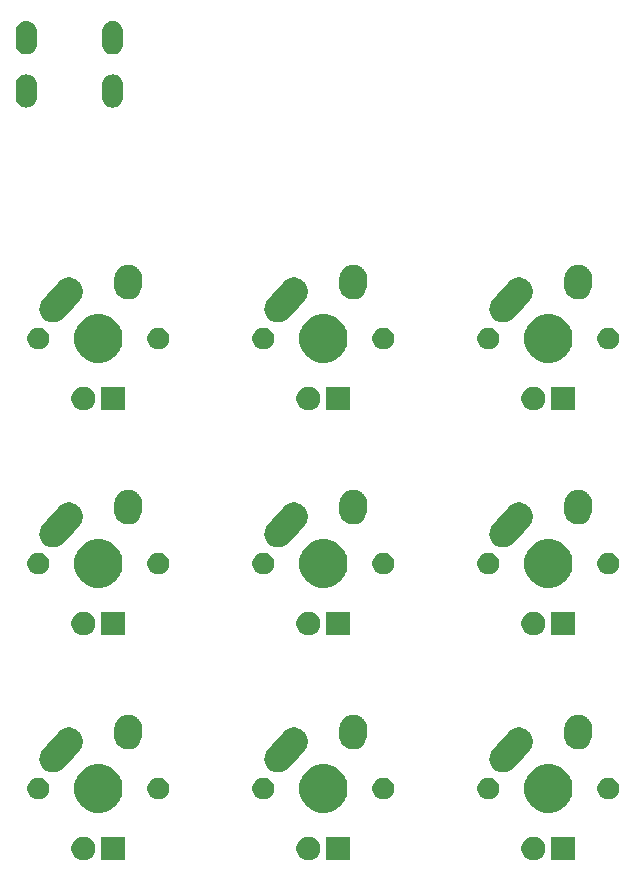
<source format=gbs>
G04 #@! TF.GenerationSoftware,KiCad,Pcbnew,(5.1.2)-2*
G04 #@! TF.CreationDate,2019-08-06T13:22:13-07:00*
G04 #@! TF.ProjectId,first-keyboard,66697273-742d-46b6-9579-626f6172642e,rev?*
G04 #@! TF.SameCoordinates,Original*
G04 #@! TF.FileFunction,Soldermask,Bot*
G04 #@! TF.FilePolarity,Negative*
%FSLAX46Y46*%
G04 Gerber Fmt 4.6, Leading zero omitted, Abs format (unit mm)*
G04 Created by KiCad (PCBNEW (5.1.2)-2) date 2019-08-06 13:22:13*
%MOMM*%
%LPD*%
G04 APERTURE LIST*
%ADD10C,0.100000*%
G04 APERTURE END LIST*
D10*
G36*
X103016250Y-127559000D02*
G01*
X101009250Y-127559000D01*
X101009250Y-125552000D01*
X103016250Y-125552000D01*
X103016250Y-127559000D01*
X103016250Y-127559000D01*
G37*
G36*
X118649175Y-125557488D02*
G01*
X118815460Y-125590563D01*
X118998086Y-125666209D01*
X119162444Y-125776030D01*
X119302220Y-125915806D01*
X119412041Y-126080164D01*
X119487687Y-126262790D01*
X119526250Y-126456664D01*
X119526250Y-126654336D01*
X119487687Y-126848210D01*
X119412041Y-127030836D01*
X119302220Y-127195194D01*
X119162444Y-127334970D01*
X118998086Y-127444791D01*
X118815460Y-127520437D01*
X118649175Y-127553512D01*
X118621587Y-127559000D01*
X118423913Y-127559000D01*
X118396325Y-127553512D01*
X118230040Y-127520437D01*
X118047414Y-127444791D01*
X117883056Y-127334970D01*
X117743280Y-127195194D01*
X117633459Y-127030836D01*
X117557813Y-126848210D01*
X117519250Y-126654336D01*
X117519250Y-126456664D01*
X117557813Y-126262790D01*
X117633459Y-126080164D01*
X117743280Y-125915806D01*
X117883056Y-125776030D01*
X118047414Y-125666209D01*
X118230040Y-125590563D01*
X118396325Y-125557488D01*
X118423913Y-125552000D01*
X118621587Y-125552000D01*
X118649175Y-125557488D01*
X118649175Y-125557488D01*
G37*
G36*
X122066250Y-127559000D02*
G01*
X120059250Y-127559000D01*
X120059250Y-125552000D01*
X122066250Y-125552000D01*
X122066250Y-127559000D01*
X122066250Y-127559000D01*
G37*
G36*
X80549175Y-125557488D02*
G01*
X80715460Y-125590563D01*
X80898086Y-125666209D01*
X81062444Y-125776030D01*
X81202220Y-125915806D01*
X81312041Y-126080164D01*
X81387687Y-126262790D01*
X81426250Y-126456664D01*
X81426250Y-126654336D01*
X81387687Y-126848210D01*
X81312041Y-127030836D01*
X81202220Y-127195194D01*
X81062444Y-127334970D01*
X80898086Y-127444791D01*
X80715460Y-127520437D01*
X80549175Y-127553512D01*
X80521587Y-127559000D01*
X80323913Y-127559000D01*
X80296325Y-127553512D01*
X80130040Y-127520437D01*
X79947414Y-127444791D01*
X79783056Y-127334970D01*
X79643280Y-127195194D01*
X79533459Y-127030836D01*
X79457813Y-126848210D01*
X79419250Y-126654336D01*
X79419250Y-126456664D01*
X79457813Y-126262790D01*
X79533459Y-126080164D01*
X79643280Y-125915806D01*
X79783056Y-125776030D01*
X79947414Y-125666209D01*
X80130040Y-125590563D01*
X80296325Y-125557488D01*
X80323913Y-125552000D01*
X80521587Y-125552000D01*
X80549175Y-125557488D01*
X80549175Y-125557488D01*
G37*
G36*
X99599175Y-125557488D02*
G01*
X99765460Y-125590563D01*
X99948086Y-125666209D01*
X100112444Y-125776030D01*
X100252220Y-125915806D01*
X100362041Y-126080164D01*
X100437687Y-126262790D01*
X100476250Y-126456664D01*
X100476250Y-126654336D01*
X100437687Y-126848210D01*
X100362041Y-127030836D01*
X100252220Y-127195194D01*
X100112444Y-127334970D01*
X99948086Y-127444791D01*
X99765460Y-127520437D01*
X99599175Y-127553512D01*
X99571587Y-127559000D01*
X99373913Y-127559000D01*
X99346325Y-127553512D01*
X99180040Y-127520437D01*
X98997414Y-127444791D01*
X98833056Y-127334970D01*
X98693280Y-127195194D01*
X98583459Y-127030836D01*
X98507813Y-126848210D01*
X98469250Y-126654336D01*
X98469250Y-126456664D01*
X98507813Y-126262790D01*
X98583459Y-126080164D01*
X98693280Y-125915806D01*
X98833056Y-125776030D01*
X98997414Y-125666209D01*
X99180040Y-125590563D01*
X99346325Y-125557488D01*
X99373913Y-125552000D01*
X99571587Y-125552000D01*
X99599175Y-125557488D01*
X99599175Y-125557488D01*
G37*
G36*
X83966250Y-127559000D02*
G01*
X81959250Y-127559000D01*
X81959250Y-125552000D01*
X83966250Y-125552000D01*
X83966250Y-127559000D01*
X83966250Y-127559000D01*
G37*
G36*
X120389224Y-119509184D02*
G01*
X120607224Y-119599483D01*
X120761373Y-119663333D01*
X121096298Y-119887123D01*
X121381127Y-120171952D01*
X121604917Y-120506877D01*
X121637312Y-120585086D01*
X121759066Y-120879026D01*
X121837650Y-121274094D01*
X121837650Y-121676906D01*
X121759066Y-122071974D01*
X121708201Y-122194772D01*
X121604917Y-122444123D01*
X121381127Y-122779048D01*
X121096298Y-123063877D01*
X120761373Y-123287667D01*
X120607224Y-123351517D01*
X120389224Y-123441816D01*
X119994156Y-123520400D01*
X119591344Y-123520400D01*
X119196276Y-123441816D01*
X118978276Y-123351517D01*
X118824127Y-123287667D01*
X118489202Y-123063877D01*
X118204373Y-122779048D01*
X117980583Y-122444123D01*
X117877299Y-122194772D01*
X117826434Y-122071974D01*
X117747850Y-121676906D01*
X117747850Y-121274094D01*
X117826434Y-120879026D01*
X117948188Y-120585086D01*
X117980583Y-120506877D01*
X118204373Y-120171952D01*
X118489202Y-119887123D01*
X118824127Y-119663333D01*
X118978276Y-119599483D01*
X119196276Y-119509184D01*
X119591344Y-119430600D01*
X119994156Y-119430600D01*
X120389224Y-119509184D01*
X120389224Y-119509184D01*
G37*
G36*
X82289224Y-119509184D02*
G01*
X82507224Y-119599483D01*
X82661373Y-119663333D01*
X82996298Y-119887123D01*
X83281127Y-120171952D01*
X83504917Y-120506877D01*
X83537312Y-120585086D01*
X83659066Y-120879026D01*
X83737650Y-121274094D01*
X83737650Y-121676906D01*
X83659066Y-122071974D01*
X83608201Y-122194772D01*
X83504917Y-122444123D01*
X83281127Y-122779048D01*
X82996298Y-123063877D01*
X82661373Y-123287667D01*
X82507224Y-123351517D01*
X82289224Y-123441816D01*
X81894156Y-123520400D01*
X81491344Y-123520400D01*
X81096276Y-123441816D01*
X80878276Y-123351517D01*
X80724127Y-123287667D01*
X80389202Y-123063877D01*
X80104373Y-122779048D01*
X79880583Y-122444123D01*
X79777299Y-122194772D01*
X79726434Y-122071974D01*
X79647850Y-121676906D01*
X79647850Y-121274094D01*
X79726434Y-120879026D01*
X79848188Y-120585086D01*
X79880583Y-120506877D01*
X80104373Y-120171952D01*
X80389202Y-119887123D01*
X80724127Y-119663333D01*
X80878276Y-119599483D01*
X81096276Y-119509184D01*
X81491344Y-119430600D01*
X81894156Y-119430600D01*
X82289224Y-119509184D01*
X82289224Y-119509184D01*
G37*
G36*
X101339224Y-119509184D02*
G01*
X101557224Y-119599483D01*
X101711373Y-119663333D01*
X102046298Y-119887123D01*
X102331127Y-120171952D01*
X102554917Y-120506877D01*
X102587312Y-120585086D01*
X102709066Y-120879026D01*
X102787650Y-121274094D01*
X102787650Y-121676906D01*
X102709066Y-122071974D01*
X102658201Y-122194772D01*
X102554917Y-122444123D01*
X102331127Y-122779048D01*
X102046298Y-123063877D01*
X101711373Y-123287667D01*
X101557224Y-123351517D01*
X101339224Y-123441816D01*
X100944156Y-123520400D01*
X100541344Y-123520400D01*
X100146276Y-123441816D01*
X99928276Y-123351517D01*
X99774127Y-123287667D01*
X99439202Y-123063877D01*
X99154373Y-122779048D01*
X98930583Y-122444123D01*
X98827299Y-122194772D01*
X98776434Y-122071974D01*
X98697850Y-121676906D01*
X98697850Y-121274094D01*
X98776434Y-120879026D01*
X98898188Y-120585086D01*
X98930583Y-120506877D01*
X99154373Y-120171952D01*
X99439202Y-119887123D01*
X99774127Y-119663333D01*
X99928276Y-119599483D01*
X100146276Y-119509184D01*
X100541344Y-119430600D01*
X100944156Y-119430600D01*
X101339224Y-119509184D01*
X101339224Y-119509184D01*
G37*
G36*
X114982854Y-120585085D02*
G01*
X115151376Y-120654889D01*
X115303041Y-120756228D01*
X115432022Y-120885209D01*
X115533361Y-121036874D01*
X115603165Y-121205396D01*
X115638750Y-121384297D01*
X115638750Y-121566703D01*
X115603165Y-121745604D01*
X115533361Y-121914126D01*
X115432022Y-122065791D01*
X115303041Y-122194772D01*
X115151376Y-122296111D01*
X114982854Y-122365915D01*
X114803953Y-122401500D01*
X114621547Y-122401500D01*
X114442646Y-122365915D01*
X114274124Y-122296111D01*
X114122459Y-122194772D01*
X113993478Y-122065791D01*
X113892139Y-121914126D01*
X113822335Y-121745604D01*
X113786750Y-121566703D01*
X113786750Y-121384297D01*
X113822335Y-121205396D01*
X113892139Y-121036874D01*
X113993478Y-120885209D01*
X114122459Y-120756228D01*
X114274124Y-120654889D01*
X114442646Y-120585085D01*
X114621547Y-120549500D01*
X114803953Y-120549500D01*
X114982854Y-120585085D01*
X114982854Y-120585085D01*
G37*
G36*
X125142854Y-120585085D02*
G01*
X125311376Y-120654889D01*
X125463041Y-120756228D01*
X125592022Y-120885209D01*
X125693361Y-121036874D01*
X125763165Y-121205396D01*
X125798750Y-121384297D01*
X125798750Y-121566703D01*
X125763165Y-121745604D01*
X125693361Y-121914126D01*
X125592022Y-122065791D01*
X125463041Y-122194772D01*
X125311376Y-122296111D01*
X125142854Y-122365915D01*
X124963953Y-122401500D01*
X124781547Y-122401500D01*
X124602646Y-122365915D01*
X124434124Y-122296111D01*
X124282459Y-122194772D01*
X124153478Y-122065791D01*
X124052139Y-121914126D01*
X123982335Y-121745604D01*
X123946750Y-121566703D01*
X123946750Y-121384297D01*
X123982335Y-121205396D01*
X124052139Y-121036874D01*
X124153478Y-120885209D01*
X124282459Y-120756228D01*
X124434124Y-120654889D01*
X124602646Y-120585085D01*
X124781547Y-120549500D01*
X124963953Y-120549500D01*
X125142854Y-120585085D01*
X125142854Y-120585085D01*
G37*
G36*
X76882854Y-120585085D02*
G01*
X77051376Y-120654889D01*
X77203041Y-120756228D01*
X77332022Y-120885209D01*
X77433361Y-121036874D01*
X77503165Y-121205396D01*
X77538750Y-121384297D01*
X77538750Y-121566703D01*
X77503165Y-121745604D01*
X77433361Y-121914126D01*
X77332022Y-122065791D01*
X77203041Y-122194772D01*
X77051376Y-122296111D01*
X76882854Y-122365915D01*
X76703953Y-122401500D01*
X76521547Y-122401500D01*
X76342646Y-122365915D01*
X76174124Y-122296111D01*
X76022459Y-122194772D01*
X75893478Y-122065791D01*
X75792139Y-121914126D01*
X75722335Y-121745604D01*
X75686750Y-121566703D01*
X75686750Y-121384297D01*
X75722335Y-121205396D01*
X75792139Y-121036874D01*
X75893478Y-120885209D01*
X76022459Y-120756228D01*
X76174124Y-120654889D01*
X76342646Y-120585085D01*
X76521547Y-120549500D01*
X76703953Y-120549500D01*
X76882854Y-120585085D01*
X76882854Y-120585085D01*
G37*
G36*
X87042854Y-120585085D02*
G01*
X87211376Y-120654889D01*
X87363041Y-120756228D01*
X87492022Y-120885209D01*
X87593361Y-121036874D01*
X87663165Y-121205396D01*
X87698750Y-121384297D01*
X87698750Y-121566703D01*
X87663165Y-121745604D01*
X87593361Y-121914126D01*
X87492022Y-122065791D01*
X87363041Y-122194772D01*
X87211376Y-122296111D01*
X87042854Y-122365915D01*
X86863953Y-122401500D01*
X86681547Y-122401500D01*
X86502646Y-122365915D01*
X86334124Y-122296111D01*
X86182459Y-122194772D01*
X86053478Y-122065791D01*
X85952139Y-121914126D01*
X85882335Y-121745604D01*
X85846750Y-121566703D01*
X85846750Y-121384297D01*
X85882335Y-121205396D01*
X85952139Y-121036874D01*
X86053478Y-120885209D01*
X86182459Y-120756228D01*
X86334124Y-120654889D01*
X86502646Y-120585085D01*
X86681547Y-120549500D01*
X86863953Y-120549500D01*
X87042854Y-120585085D01*
X87042854Y-120585085D01*
G37*
G36*
X95932854Y-120585085D02*
G01*
X96101376Y-120654889D01*
X96253041Y-120756228D01*
X96382022Y-120885209D01*
X96483361Y-121036874D01*
X96553165Y-121205396D01*
X96588750Y-121384297D01*
X96588750Y-121566703D01*
X96553165Y-121745604D01*
X96483361Y-121914126D01*
X96382022Y-122065791D01*
X96253041Y-122194772D01*
X96101376Y-122296111D01*
X95932854Y-122365915D01*
X95753953Y-122401500D01*
X95571547Y-122401500D01*
X95392646Y-122365915D01*
X95224124Y-122296111D01*
X95072459Y-122194772D01*
X94943478Y-122065791D01*
X94842139Y-121914126D01*
X94772335Y-121745604D01*
X94736750Y-121566703D01*
X94736750Y-121384297D01*
X94772335Y-121205396D01*
X94842139Y-121036874D01*
X94943478Y-120885209D01*
X95072459Y-120756228D01*
X95224124Y-120654889D01*
X95392646Y-120585085D01*
X95571547Y-120549500D01*
X95753953Y-120549500D01*
X95932854Y-120585085D01*
X95932854Y-120585085D01*
G37*
G36*
X106092854Y-120585085D02*
G01*
X106261376Y-120654889D01*
X106413041Y-120756228D01*
X106542022Y-120885209D01*
X106643361Y-121036874D01*
X106713165Y-121205396D01*
X106748750Y-121384297D01*
X106748750Y-121566703D01*
X106713165Y-121745604D01*
X106643361Y-121914126D01*
X106542022Y-122065791D01*
X106413041Y-122194772D01*
X106261376Y-122296111D01*
X106092854Y-122365915D01*
X105913953Y-122401500D01*
X105731547Y-122401500D01*
X105552646Y-122365915D01*
X105384124Y-122296111D01*
X105232459Y-122194772D01*
X105103478Y-122065791D01*
X105002139Y-121914126D01*
X104932335Y-121745604D01*
X104896750Y-121566703D01*
X104896750Y-121384297D01*
X104932335Y-121205396D01*
X105002139Y-121036874D01*
X105103478Y-120885209D01*
X105232459Y-120756228D01*
X105384124Y-120654889D01*
X105552646Y-120585085D01*
X105731547Y-120549500D01*
X105913953Y-120549500D01*
X106092854Y-120585085D01*
X106092854Y-120585085D01*
G37*
G36*
X117315955Y-116299381D02*
G01*
X117321395Y-116299500D01*
X117408578Y-116299500D01*
X117424847Y-116302736D01*
X117443706Y-116305015D01*
X117460282Y-116305746D01*
X117544973Y-116326510D01*
X117550268Y-116327684D01*
X117635777Y-116344693D01*
X117651112Y-116351045D01*
X117669151Y-116356955D01*
X117685271Y-116360907D01*
X117764254Y-116397780D01*
X117769244Y-116399977D01*
X117849795Y-116433342D01*
X117863591Y-116442560D01*
X117880143Y-116451882D01*
X117895176Y-116458900D01*
X117965444Y-116510471D01*
X117969942Y-116513622D01*
X118042406Y-116562041D01*
X118054133Y-116573768D01*
X118068559Y-116586148D01*
X118081929Y-116595961D01*
X118081930Y-116595962D01*
X118140771Y-116660233D01*
X118144579Y-116664214D01*
X118206209Y-116725844D01*
X118215424Y-116739635D01*
X118227146Y-116754578D01*
X118238355Y-116766821D01*
X118283549Y-116841374D01*
X118286496Y-116846001D01*
X118334908Y-116918455D01*
X118341255Y-116933777D01*
X118349842Y-116950731D01*
X118358441Y-116964917D01*
X118388228Y-117046868D01*
X118390202Y-117051948D01*
X118423557Y-117132473D01*
X118423557Y-117132474D01*
X118426791Y-117148733D01*
X118431908Y-117167042D01*
X118437575Y-117182634D01*
X118450805Y-117268845D01*
X118451751Y-117274213D01*
X118468750Y-117359673D01*
X118468750Y-117376252D01*
X118470194Y-117395192D01*
X118472713Y-117411604D01*
X118468870Y-117498749D01*
X118468750Y-117504189D01*
X118468750Y-117591325D01*
X118465516Y-117607583D01*
X118463238Y-117626441D01*
X118462506Y-117643031D01*
X118441738Y-117727737D01*
X118440562Y-117733037D01*
X118423557Y-117818527D01*
X118417207Y-117833857D01*
X118411299Y-117851893D01*
X118407345Y-117868020D01*
X118370461Y-117947026D01*
X118368261Y-117952023D01*
X118334908Y-118032545D01*
X118325694Y-118046335D01*
X118316372Y-118062887D01*
X118309352Y-118077924D01*
X118257761Y-118148220D01*
X118254616Y-118152710D01*
X118206211Y-118225154D01*
X118149210Y-118282155D01*
X118144561Y-118287063D01*
X117713061Y-118767970D01*
X116819473Y-119763876D01*
X116691429Y-119881102D01*
X116592380Y-119941146D01*
X116493333Y-120001189D01*
X116275616Y-120080323D01*
X116046645Y-120115461D01*
X115815220Y-120105254D01*
X115590231Y-120050093D01*
X115485477Y-120001189D01*
X115380329Y-119952102D01*
X115283588Y-119881102D01*
X115193573Y-119815039D01*
X115119144Y-119733741D01*
X115037148Y-119644179D01*
X114955314Y-119509185D01*
X114917061Y-119446083D01*
X114837927Y-119228366D01*
X114802789Y-118999395D01*
X114812996Y-118767970D01*
X114868157Y-118542981D01*
X114919722Y-118432528D01*
X114966148Y-118333080D01*
X114966150Y-118333077D01*
X115068864Y-118193122D01*
X115823995Y-117351527D01*
X116355537Y-116759121D01*
X116366431Y-116745089D01*
X116379289Y-116725846D01*
X116436323Y-116668812D01*
X116440973Y-116663903D01*
X116456028Y-116647124D01*
X116477451Y-116627511D01*
X116481432Y-116623703D01*
X116543096Y-116562039D01*
X116556893Y-116552820D01*
X116571852Y-116541085D01*
X116584071Y-116529898D01*
X116616135Y-116510461D01*
X116658580Y-116484731D01*
X116663171Y-116481808D01*
X116735705Y-116433342D01*
X116751050Y-116426986D01*
X116767998Y-116418401D01*
X116782166Y-116409812D01*
X116782167Y-116409812D01*
X116782168Y-116409811D01*
X116864062Y-116380045D01*
X116869160Y-116378063D01*
X116949723Y-116344693D01*
X116966002Y-116341455D01*
X116984292Y-116336344D01*
X116999885Y-116330677D01*
X117086050Y-116317454D01*
X117091413Y-116316509D01*
X117176923Y-116299500D01*
X117193516Y-116299500D01*
X117212459Y-116298055D01*
X117228856Y-116295539D01*
X117315955Y-116299381D01*
X117315955Y-116299381D01*
G37*
G36*
X98265955Y-116299381D02*
G01*
X98271395Y-116299500D01*
X98358578Y-116299500D01*
X98374847Y-116302736D01*
X98393706Y-116305015D01*
X98410282Y-116305746D01*
X98494973Y-116326510D01*
X98500268Y-116327684D01*
X98585777Y-116344693D01*
X98601112Y-116351045D01*
X98619151Y-116356955D01*
X98635271Y-116360907D01*
X98714254Y-116397780D01*
X98719244Y-116399977D01*
X98799795Y-116433342D01*
X98813591Y-116442560D01*
X98830143Y-116451882D01*
X98845176Y-116458900D01*
X98915444Y-116510471D01*
X98919942Y-116513622D01*
X98992406Y-116562041D01*
X99004133Y-116573768D01*
X99018559Y-116586148D01*
X99031929Y-116595961D01*
X99031930Y-116595962D01*
X99090771Y-116660233D01*
X99094579Y-116664214D01*
X99156209Y-116725844D01*
X99165424Y-116739635D01*
X99177146Y-116754578D01*
X99188355Y-116766821D01*
X99233549Y-116841374D01*
X99236496Y-116846001D01*
X99284908Y-116918455D01*
X99291255Y-116933777D01*
X99299842Y-116950731D01*
X99308441Y-116964917D01*
X99338228Y-117046868D01*
X99340202Y-117051948D01*
X99373557Y-117132473D01*
X99373557Y-117132474D01*
X99376791Y-117148733D01*
X99381908Y-117167042D01*
X99387575Y-117182634D01*
X99400805Y-117268845D01*
X99401751Y-117274213D01*
X99418750Y-117359673D01*
X99418750Y-117376252D01*
X99420194Y-117395192D01*
X99422713Y-117411604D01*
X99418870Y-117498749D01*
X99418750Y-117504189D01*
X99418750Y-117591325D01*
X99415516Y-117607583D01*
X99413238Y-117626441D01*
X99412506Y-117643031D01*
X99391738Y-117727737D01*
X99390562Y-117733037D01*
X99373557Y-117818527D01*
X99367207Y-117833857D01*
X99361299Y-117851893D01*
X99357345Y-117868020D01*
X99320461Y-117947026D01*
X99318261Y-117952023D01*
X99284908Y-118032545D01*
X99275694Y-118046335D01*
X99266372Y-118062887D01*
X99259352Y-118077924D01*
X99207761Y-118148220D01*
X99204616Y-118152710D01*
X99156211Y-118225154D01*
X99099210Y-118282155D01*
X99094561Y-118287063D01*
X98663061Y-118767970D01*
X97769473Y-119763876D01*
X97641429Y-119881102D01*
X97542380Y-119941146D01*
X97443333Y-120001189D01*
X97225616Y-120080323D01*
X96996645Y-120115461D01*
X96765220Y-120105254D01*
X96540231Y-120050093D01*
X96435477Y-120001189D01*
X96330329Y-119952102D01*
X96233588Y-119881102D01*
X96143573Y-119815039D01*
X96069144Y-119733741D01*
X95987148Y-119644179D01*
X95905314Y-119509185D01*
X95867061Y-119446083D01*
X95787927Y-119228366D01*
X95752789Y-118999395D01*
X95762996Y-118767970D01*
X95818157Y-118542981D01*
X95869722Y-118432528D01*
X95916148Y-118333080D01*
X95916150Y-118333077D01*
X96018864Y-118193122D01*
X96773995Y-117351527D01*
X97305537Y-116759121D01*
X97316431Y-116745089D01*
X97329289Y-116725846D01*
X97386323Y-116668812D01*
X97390973Y-116663903D01*
X97406028Y-116647124D01*
X97427451Y-116627511D01*
X97431432Y-116623703D01*
X97493096Y-116562039D01*
X97506893Y-116552820D01*
X97521852Y-116541085D01*
X97534071Y-116529898D01*
X97566135Y-116510461D01*
X97608580Y-116484731D01*
X97613171Y-116481808D01*
X97685705Y-116433342D01*
X97701050Y-116426986D01*
X97717998Y-116418401D01*
X97732166Y-116409812D01*
X97732167Y-116409812D01*
X97732168Y-116409811D01*
X97814062Y-116380045D01*
X97819160Y-116378063D01*
X97899723Y-116344693D01*
X97916002Y-116341455D01*
X97934292Y-116336344D01*
X97949885Y-116330677D01*
X98036050Y-116317454D01*
X98041413Y-116316509D01*
X98126923Y-116299500D01*
X98143516Y-116299500D01*
X98162459Y-116298055D01*
X98178856Y-116295539D01*
X98265955Y-116299381D01*
X98265955Y-116299381D01*
G37*
G36*
X79215955Y-116299381D02*
G01*
X79221395Y-116299500D01*
X79308578Y-116299500D01*
X79324847Y-116302736D01*
X79343706Y-116305015D01*
X79360282Y-116305746D01*
X79444973Y-116326510D01*
X79450268Y-116327684D01*
X79535777Y-116344693D01*
X79551112Y-116351045D01*
X79569151Y-116356955D01*
X79585271Y-116360907D01*
X79664254Y-116397780D01*
X79669244Y-116399977D01*
X79749795Y-116433342D01*
X79763591Y-116442560D01*
X79780143Y-116451882D01*
X79795176Y-116458900D01*
X79865444Y-116510471D01*
X79869942Y-116513622D01*
X79942406Y-116562041D01*
X79954133Y-116573768D01*
X79968559Y-116586148D01*
X79981929Y-116595961D01*
X79981930Y-116595962D01*
X80040771Y-116660233D01*
X80044579Y-116664214D01*
X80106209Y-116725844D01*
X80115424Y-116739635D01*
X80127146Y-116754578D01*
X80138355Y-116766821D01*
X80183549Y-116841374D01*
X80186496Y-116846001D01*
X80234908Y-116918455D01*
X80241255Y-116933777D01*
X80249842Y-116950731D01*
X80258441Y-116964917D01*
X80288228Y-117046868D01*
X80290202Y-117051948D01*
X80323557Y-117132473D01*
X80323557Y-117132474D01*
X80326791Y-117148733D01*
X80331908Y-117167042D01*
X80337575Y-117182634D01*
X80350805Y-117268845D01*
X80351751Y-117274213D01*
X80368750Y-117359673D01*
X80368750Y-117376252D01*
X80370194Y-117395192D01*
X80372713Y-117411604D01*
X80368870Y-117498749D01*
X80368750Y-117504189D01*
X80368750Y-117591325D01*
X80365516Y-117607583D01*
X80363238Y-117626441D01*
X80362506Y-117643031D01*
X80341738Y-117727737D01*
X80340562Y-117733037D01*
X80323557Y-117818527D01*
X80317207Y-117833857D01*
X80311299Y-117851893D01*
X80307345Y-117868020D01*
X80270461Y-117947026D01*
X80268261Y-117952023D01*
X80234908Y-118032545D01*
X80225694Y-118046335D01*
X80216372Y-118062887D01*
X80209352Y-118077924D01*
X80157761Y-118148220D01*
X80154616Y-118152710D01*
X80106211Y-118225154D01*
X80049210Y-118282155D01*
X80044561Y-118287063D01*
X79613061Y-118767970D01*
X78719473Y-119763876D01*
X78591429Y-119881102D01*
X78492380Y-119941146D01*
X78393333Y-120001189D01*
X78175616Y-120080323D01*
X77946645Y-120115461D01*
X77715220Y-120105254D01*
X77490231Y-120050093D01*
X77385477Y-120001189D01*
X77280329Y-119952102D01*
X77183588Y-119881102D01*
X77093573Y-119815039D01*
X77019144Y-119733741D01*
X76937148Y-119644179D01*
X76855314Y-119509185D01*
X76817061Y-119446083D01*
X76737927Y-119228366D01*
X76702789Y-118999395D01*
X76712996Y-118767970D01*
X76768157Y-118542981D01*
X76819722Y-118432528D01*
X76866148Y-118333080D01*
X76866150Y-118333077D01*
X76968864Y-118193122D01*
X77723995Y-117351527D01*
X78255537Y-116759121D01*
X78266431Y-116745089D01*
X78279289Y-116725846D01*
X78336323Y-116668812D01*
X78340973Y-116663903D01*
X78356028Y-116647124D01*
X78377451Y-116627511D01*
X78381432Y-116623703D01*
X78443096Y-116562039D01*
X78456893Y-116552820D01*
X78471852Y-116541085D01*
X78484071Y-116529898D01*
X78516135Y-116510461D01*
X78558580Y-116484731D01*
X78563171Y-116481808D01*
X78635705Y-116433342D01*
X78651050Y-116426986D01*
X78667998Y-116418401D01*
X78682166Y-116409812D01*
X78682167Y-116409812D01*
X78682168Y-116409811D01*
X78764062Y-116380045D01*
X78769160Y-116378063D01*
X78849723Y-116344693D01*
X78866002Y-116341455D01*
X78884292Y-116336344D01*
X78899885Y-116330677D01*
X78986050Y-116317454D01*
X78991413Y-116316509D01*
X79076923Y-116299500D01*
X79093516Y-116299500D01*
X79112459Y-116298055D01*
X79128856Y-116295539D01*
X79215955Y-116299381D01*
X79215955Y-116299381D01*
G37*
G36*
X103370877Y-115217761D02*
G01*
X103391650Y-115219500D01*
X103398577Y-115219500D01*
X103493504Y-115238382D01*
X103497098Y-115239042D01*
X103592480Y-115255124D01*
X103598953Y-115257585D01*
X103618978Y-115263341D01*
X103625777Y-115264693D01*
X103688164Y-115290534D01*
X103715193Y-115301730D01*
X103718594Y-115303081D01*
X103809005Y-115337461D01*
X103814877Y-115341140D01*
X103833386Y-115350687D01*
X103839795Y-115353342D01*
X103920313Y-115407142D01*
X103923304Y-115409078D01*
X104005307Y-115460459D01*
X104010334Y-115465200D01*
X104026646Y-115478191D01*
X104032402Y-115482037D01*
X104100860Y-115550495D01*
X104103439Y-115552999D01*
X104173840Y-115619389D01*
X104177845Y-115625019D01*
X104191309Y-115640944D01*
X104196209Y-115645844D01*
X104249994Y-115726339D01*
X104252041Y-115729307D01*
X104308130Y-115808145D01*
X104310964Y-115814458D01*
X104321058Y-115832693D01*
X104324908Y-115838455D01*
X104361970Y-115927930D01*
X104363374Y-115931185D01*
X104403015Y-116019473D01*
X104404565Y-116026225D01*
X104410902Y-116046062D01*
X104413557Y-116052473D01*
X104432442Y-116147417D01*
X104433188Y-116150901D01*
X104454848Y-116245251D01*
X104454848Y-116245254D01*
X104455050Y-116252154D01*
X104457397Y-116272870D01*
X104458750Y-116279674D01*
X104458750Y-116376486D01*
X104458803Y-116380084D01*
X104459938Y-116418777D01*
X104459045Y-116431725D01*
X104458750Y-116440297D01*
X104458750Y-116511326D01*
X104452831Y-116541085D01*
X104452354Y-116543479D01*
X104450250Y-116559250D01*
X104411988Y-117114045D01*
X104383126Y-117285230D01*
X104300788Y-117501755D01*
X104177791Y-117698057D01*
X104018861Y-117866590D01*
X103830105Y-118000880D01*
X103618777Y-118095765D01*
X103392999Y-118147598D01*
X103161448Y-118154389D01*
X103161447Y-118154389D01*
X103115762Y-118146686D01*
X102933020Y-118115876D01*
X102716495Y-118033538D01*
X102520193Y-117910541D01*
X102351660Y-117751611D01*
X102217370Y-117562855D01*
X102122485Y-117351527D01*
X102070652Y-117125749D01*
X102065562Y-116952223D01*
X102106454Y-116359294D01*
X102106750Y-116350696D01*
X102106750Y-116279675D01*
X102125632Y-116184750D01*
X102126294Y-116181145D01*
X102131981Y-116147417D01*
X102142374Y-116085770D01*
X102144835Y-116079299D01*
X102150592Y-116059267D01*
X102151943Y-116052474D01*
X102154593Y-116046076D01*
X102189014Y-115962976D01*
X102190303Y-115959730D01*
X102224712Y-115869245D01*
X102228386Y-115863381D01*
X102237937Y-115844865D01*
X102240592Y-115838455D01*
X102294407Y-115757915D01*
X102296327Y-115754949D01*
X102347709Y-115672943D01*
X102352461Y-115667904D01*
X102365439Y-115651607D01*
X102369287Y-115645848D01*
X102437743Y-115577392D01*
X102440296Y-115574762D01*
X102460773Y-115553048D01*
X102506639Y-115504410D01*
X102512271Y-115500403D01*
X102528197Y-115486938D01*
X102533096Y-115482039D01*
X102613574Y-115428266D01*
X102616556Y-115426210D01*
X102695395Y-115370120D01*
X102701705Y-115367287D01*
X102719944Y-115357191D01*
X102725701Y-115353344D01*
X102725704Y-115353343D01*
X102725705Y-115353342D01*
X102815179Y-115316281D01*
X102818437Y-115314875D01*
X102906723Y-115275235D01*
X102913475Y-115273685D01*
X102933312Y-115267348D01*
X102939723Y-115264693D01*
X103034649Y-115245811D01*
X103038196Y-115245051D01*
X103132501Y-115223401D01*
X103134880Y-115223331D01*
X103139415Y-115223198D01*
X103160131Y-115220851D01*
X103166924Y-115219500D01*
X103263709Y-115219500D01*
X103267334Y-115219447D01*
X103364052Y-115216610D01*
X103370877Y-115217761D01*
X103370877Y-115217761D01*
G37*
G36*
X84320877Y-115217761D02*
G01*
X84341650Y-115219500D01*
X84348577Y-115219500D01*
X84443504Y-115238382D01*
X84447098Y-115239042D01*
X84542480Y-115255124D01*
X84548953Y-115257585D01*
X84568978Y-115263341D01*
X84575777Y-115264693D01*
X84638164Y-115290534D01*
X84665193Y-115301730D01*
X84668594Y-115303081D01*
X84759005Y-115337461D01*
X84764877Y-115341140D01*
X84783386Y-115350687D01*
X84789795Y-115353342D01*
X84870313Y-115407142D01*
X84873304Y-115409078D01*
X84955307Y-115460459D01*
X84960334Y-115465200D01*
X84976646Y-115478191D01*
X84982402Y-115482037D01*
X85050860Y-115550495D01*
X85053439Y-115552999D01*
X85123840Y-115619389D01*
X85127845Y-115625019D01*
X85141309Y-115640944D01*
X85146209Y-115645844D01*
X85199994Y-115726339D01*
X85202041Y-115729307D01*
X85258130Y-115808145D01*
X85260964Y-115814458D01*
X85271058Y-115832693D01*
X85274908Y-115838455D01*
X85311970Y-115927930D01*
X85313374Y-115931185D01*
X85353015Y-116019473D01*
X85354565Y-116026225D01*
X85360902Y-116046062D01*
X85363557Y-116052473D01*
X85382442Y-116147417D01*
X85383188Y-116150901D01*
X85404848Y-116245251D01*
X85404848Y-116245254D01*
X85405050Y-116252154D01*
X85407397Y-116272870D01*
X85408750Y-116279674D01*
X85408750Y-116376486D01*
X85408803Y-116380084D01*
X85409938Y-116418777D01*
X85409045Y-116431725D01*
X85408750Y-116440297D01*
X85408750Y-116511326D01*
X85402831Y-116541085D01*
X85402354Y-116543479D01*
X85400250Y-116559250D01*
X85361988Y-117114045D01*
X85333126Y-117285230D01*
X85250788Y-117501755D01*
X85127791Y-117698057D01*
X84968861Y-117866590D01*
X84780105Y-118000880D01*
X84568777Y-118095765D01*
X84342999Y-118147598D01*
X84111448Y-118154389D01*
X84111447Y-118154389D01*
X84065762Y-118146686D01*
X83883020Y-118115876D01*
X83666495Y-118033538D01*
X83470193Y-117910541D01*
X83301660Y-117751611D01*
X83167370Y-117562855D01*
X83072485Y-117351527D01*
X83020652Y-117125749D01*
X83015562Y-116952223D01*
X83056454Y-116359294D01*
X83056750Y-116350696D01*
X83056750Y-116279675D01*
X83075632Y-116184750D01*
X83076294Y-116181145D01*
X83081981Y-116147417D01*
X83092374Y-116085770D01*
X83094835Y-116079299D01*
X83100592Y-116059267D01*
X83101943Y-116052474D01*
X83104593Y-116046076D01*
X83139014Y-115962976D01*
X83140303Y-115959730D01*
X83174712Y-115869245D01*
X83178386Y-115863381D01*
X83187937Y-115844865D01*
X83190592Y-115838455D01*
X83244407Y-115757915D01*
X83246327Y-115754949D01*
X83297709Y-115672943D01*
X83302461Y-115667904D01*
X83315439Y-115651607D01*
X83319287Y-115645848D01*
X83387743Y-115577392D01*
X83390296Y-115574762D01*
X83410773Y-115553048D01*
X83456639Y-115504410D01*
X83462271Y-115500403D01*
X83478197Y-115486938D01*
X83483096Y-115482039D01*
X83563574Y-115428266D01*
X83566556Y-115426210D01*
X83645395Y-115370120D01*
X83651705Y-115367287D01*
X83669944Y-115357191D01*
X83675701Y-115353344D01*
X83675704Y-115353343D01*
X83675705Y-115353342D01*
X83765179Y-115316281D01*
X83768437Y-115314875D01*
X83856723Y-115275235D01*
X83863475Y-115273685D01*
X83883312Y-115267348D01*
X83889723Y-115264693D01*
X83984649Y-115245811D01*
X83988196Y-115245051D01*
X84082501Y-115223401D01*
X84084880Y-115223331D01*
X84089415Y-115223198D01*
X84110131Y-115220851D01*
X84116924Y-115219500D01*
X84213709Y-115219500D01*
X84217334Y-115219447D01*
X84314052Y-115216610D01*
X84320877Y-115217761D01*
X84320877Y-115217761D01*
G37*
G36*
X122420877Y-115217761D02*
G01*
X122441650Y-115219500D01*
X122448577Y-115219500D01*
X122543504Y-115238382D01*
X122547098Y-115239042D01*
X122642480Y-115255124D01*
X122648953Y-115257585D01*
X122668978Y-115263341D01*
X122675777Y-115264693D01*
X122738164Y-115290534D01*
X122765193Y-115301730D01*
X122768594Y-115303081D01*
X122859005Y-115337461D01*
X122864877Y-115341140D01*
X122883386Y-115350687D01*
X122889795Y-115353342D01*
X122970313Y-115407142D01*
X122973304Y-115409078D01*
X123055307Y-115460459D01*
X123060334Y-115465200D01*
X123076646Y-115478191D01*
X123082402Y-115482037D01*
X123150860Y-115550495D01*
X123153439Y-115552999D01*
X123223840Y-115619389D01*
X123227845Y-115625019D01*
X123241309Y-115640944D01*
X123246209Y-115645844D01*
X123299994Y-115726339D01*
X123302041Y-115729307D01*
X123358130Y-115808145D01*
X123360964Y-115814458D01*
X123371058Y-115832693D01*
X123374908Y-115838455D01*
X123411970Y-115927930D01*
X123413374Y-115931185D01*
X123453015Y-116019473D01*
X123454565Y-116026225D01*
X123460902Y-116046062D01*
X123463557Y-116052473D01*
X123482442Y-116147417D01*
X123483188Y-116150901D01*
X123504848Y-116245251D01*
X123504848Y-116245254D01*
X123505050Y-116252154D01*
X123507397Y-116272870D01*
X123508750Y-116279674D01*
X123508750Y-116376486D01*
X123508803Y-116380084D01*
X123509938Y-116418777D01*
X123509045Y-116431725D01*
X123508750Y-116440297D01*
X123508750Y-116511326D01*
X123502831Y-116541085D01*
X123502354Y-116543479D01*
X123500250Y-116559250D01*
X123461988Y-117114045D01*
X123433126Y-117285230D01*
X123350788Y-117501755D01*
X123227791Y-117698057D01*
X123068861Y-117866590D01*
X122880105Y-118000880D01*
X122668777Y-118095765D01*
X122442999Y-118147598D01*
X122211448Y-118154389D01*
X122211447Y-118154389D01*
X122165762Y-118146686D01*
X121983020Y-118115876D01*
X121766495Y-118033538D01*
X121570193Y-117910541D01*
X121401660Y-117751611D01*
X121267370Y-117562855D01*
X121172485Y-117351527D01*
X121120652Y-117125749D01*
X121115562Y-116952223D01*
X121156454Y-116359294D01*
X121156750Y-116350696D01*
X121156750Y-116279675D01*
X121175632Y-116184750D01*
X121176294Y-116181145D01*
X121181981Y-116147417D01*
X121192374Y-116085770D01*
X121194835Y-116079299D01*
X121200592Y-116059267D01*
X121201943Y-116052474D01*
X121204593Y-116046076D01*
X121239014Y-115962976D01*
X121240303Y-115959730D01*
X121274712Y-115869245D01*
X121278386Y-115863381D01*
X121287937Y-115844865D01*
X121290592Y-115838455D01*
X121344407Y-115757915D01*
X121346327Y-115754949D01*
X121397709Y-115672943D01*
X121402461Y-115667904D01*
X121415439Y-115651607D01*
X121419287Y-115645848D01*
X121487743Y-115577392D01*
X121490296Y-115574762D01*
X121510773Y-115553048D01*
X121556639Y-115504410D01*
X121562271Y-115500403D01*
X121578197Y-115486938D01*
X121583096Y-115482039D01*
X121663574Y-115428266D01*
X121666556Y-115426210D01*
X121745395Y-115370120D01*
X121751705Y-115367287D01*
X121769944Y-115357191D01*
X121775701Y-115353344D01*
X121775704Y-115353343D01*
X121775705Y-115353342D01*
X121865179Y-115316281D01*
X121868437Y-115314875D01*
X121956723Y-115275235D01*
X121963475Y-115273685D01*
X121983312Y-115267348D01*
X121989723Y-115264693D01*
X122084649Y-115245811D01*
X122088196Y-115245051D01*
X122182501Y-115223401D01*
X122184880Y-115223331D01*
X122189415Y-115223198D01*
X122210131Y-115220851D01*
X122216924Y-115219500D01*
X122313709Y-115219500D01*
X122317334Y-115219447D01*
X122414052Y-115216610D01*
X122420877Y-115217761D01*
X122420877Y-115217761D01*
G37*
G36*
X83966250Y-108509000D02*
G01*
X81959250Y-108509000D01*
X81959250Y-106502000D01*
X83966250Y-106502000D01*
X83966250Y-108509000D01*
X83966250Y-108509000D01*
G37*
G36*
X99599175Y-106507488D02*
G01*
X99765460Y-106540563D01*
X99948086Y-106616209D01*
X100112444Y-106726030D01*
X100252220Y-106865806D01*
X100362041Y-107030164D01*
X100437687Y-107212790D01*
X100476250Y-107406664D01*
X100476250Y-107604336D01*
X100437687Y-107798210D01*
X100362041Y-107980836D01*
X100252220Y-108145194D01*
X100112444Y-108284970D01*
X99948086Y-108394791D01*
X99765460Y-108470437D01*
X99599175Y-108503512D01*
X99571587Y-108509000D01*
X99373913Y-108509000D01*
X99346325Y-108503512D01*
X99180040Y-108470437D01*
X98997414Y-108394791D01*
X98833056Y-108284970D01*
X98693280Y-108145194D01*
X98583459Y-107980836D01*
X98507813Y-107798210D01*
X98469250Y-107604336D01*
X98469250Y-107406664D01*
X98507813Y-107212790D01*
X98583459Y-107030164D01*
X98693280Y-106865806D01*
X98833056Y-106726030D01*
X98997414Y-106616209D01*
X99180040Y-106540563D01*
X99346325Y-106507488D01*
X99373913Y-106502000D01*
X99571587Y-106502000D01*
X99599175Y-106507488D01*
X99599175Y-106507488D01*
G37*
G36*
X122066250Y-108509000D02*
G01*
X120059250Y-108509000D01*
X120059250Y-106502000D01*
X122066250Y-106502000D01*
X122066250Y-108509000D01*
X122066250Y-108509000D01*
G37*
G36*
X118649175Y-106507488D02*
G01*
X118815460Y-106540563D01*
X118998086Y-106616209D01*
X119162444Y-106726030D01*
X119302220Y-106865806D01*
X119412041Y-107030164D01*
X119487687Y-107212790D01*
X119526250Y-107406664D01*
X119526250Y-107604336D01*
X119487687Y-107798210D01*
X119412041Y-107980836D01*
X119302220Y-108145194D01*
X119162444Y-108284970D01*
X118998086Y-108394791D01*
X118815460Y-108470437D01*
X118649175Y-108503512D01*
X118621587Y-108509000D01*
X118423913Y-108509000D01*
X118396325Y-108503512D01*
X118230040Y-108470437D01*
X118047414Y-108394791D01*
X117883056Y-108284970D01*
X117743280Y-108145194D01*
X117633459Y-107980836D01*
X117557813Y-107798210D01*
X117519250Y-107604336D01*
X117519250Y-107406664D01*
X117557813Y-107212790D01*
X117633459Y-107030164D01*
X117743280Y-106865806D01*
X117883056Y-106726030D01*
X118047414Y-106616209D01*
X118230040Y-106540563D01*
X118396325Y-106507488D01*
X118423913Y-106502000D01*
X118621587Y-106502000D01*
X118649175Y-106507488D01*
X118649175Y-106507488D01*
G37*
G36*
X80549175Y-106507488D02*
G01*
X80715460Y-106540563D01*
X80898086Y-106616209D01*
X81062444Y-106726030D01*
X81202220Y-106865806D01*
X81312041Y-107030164D01*
X81387687Y-107212790D01*
X81426250Y-107406664D01*
X81426250Y-107604336D01*
X81387687Y-107798210D01*
X81312041Y-107980836D01*
X81202220Y-108145194D01*
X81062444Y-108284970D01*
X80898086Y-108394791D01*
X80715460Y-108470437D01*
X80549175Y-108503512D01*
X80521587Y-108509000D01*
X80323913Y-108509000D01*
X80296325Y-108503512D01*
X80130040Y-108470437D01*
X79947414Y-108394791D01*
X79783056Y-108284970D01*
X79643280Y-108145194D01*
X79533459Y-107980836D01*
X79457813Y-107798210D01*
X79419250Y-107604336D01*
X79419250Y-107406664D01*
X79457813Y-107212790D01*
X79533459Y-107030164D01*
X79643280Y-106865806D01*
X79783056Y-106726030D01*
X79947414Y-106616209D01*
X80130040Y-106540563D01*
X80296325Y-106507488D01*
X80323913Y-106502000D01*
X80521587Y-106502000D01*
X80549175Y-106507488D01*
X80549175Y-106507488D01*
G37*
G36*
X103016250Y-108509000D02*
G01*
X101009250Y-108509000D01*
X101009250Y-106502000D01*
X103016250Y-106502000D01*
X103016250Y-108509000D01*
X103016250Y-108509000D01*
G37*
G36*
X82289224Y-100459184D02*
G01*
X82507224Y-100549483D01*
X82661373Y-100613333D01*
X82996298Y-100837123D01*
X83281127Y-101121952D01*
X83504917Y-101456877D01*
X83537312Y-101535086D01*
X83659066Y-101829026D01*
X83737650Y-102224094D01*
X83737650Y-102626906D01*
X83659066Y-103021974D01*
X83608201Y-103144772D01*
X83504917Y-103394123D01*
X83281127Y-103729048D01*
X82996298Y-104013877D01*
X82661373Y-104237667D01*
X82507224Y-104301517D01*
X82289224Y-104391816D01*
X81894156Y-104470400D01*
X81491344Y-104470400D01*
X81096276Y-104391816D01*
X80878276Y-104301517D01*
X80724127Y-104237667D01*
X80389202Y-104013877D01*
X80104373Y-103729048D01*
X79880583Y-103394123D01*
X79777299Y-103144772D01*
X79726434Y-103021974D01*
X79647850Y-102626906D01*
X79647850Y-102224094D01*
X79726434Y-101829026D01*
X79848188Y-101535086D01*
X79880583Y-101456877D01*
X80104373Y-101121952D01*
X80389202Y-100837123D01*
X80724127Y-100613333D01*
X80878276Y-100549483D01*
X81096276Y-100459184D01*
X81491344Y-100380600D01*
X81894156Y-100380600D01*
X82289224Y-100459184D01*
X82289224Y-100459184D01*
G37*
G36*
X120389224Y-100459184D02*
G01*
X120607224Y-100549483D01*
X120761373Y-100613333D01*
X121096298Y-100837123D01*
X121381127Y-101121952D01*
X121604917Y-101456877D01*
X121637312Y-101535086D01*
X121759066Y-101829026D01*
X121837650Y-102224094D01*
X121837650Y-102626906D01*
X121759066Y-103021974D01*
X121708201Y-103144772D01*
X121604917Y-103394123D01*
X121381127Y-103729048D01*
X121096298Y-104013877D01*
X120761373Y-104237667D01*
X120607224Y-104301517D01*
X120389224Y-104391816D01*
X119994156Y-104470400D01*
X119591344Y-104470400D01*
X119196276Y-104391816D01*
X118978276Y-104301517D01*
X118824127Y-104237667D01*
X118489202Y-104013877D01*
X118204373Y-103729048D01*
X117980583Y-103394123D01*
X117877299Y-103144772D01*
X117826434Y-103021974D01*
X117747850Y-102626906D01*
X117747850Y-102224094D01*
X117826434Y-101829026D01*
X117948188Y-101535086D01*
X117980583Y-101456877D01*
X118204373Y-101121952D01*
X118489202Y-100837123D01*
X118824127Y-100613333D01*
X118978276Y-100549483D01*
X119196276Y-100459184D01*
X119591344Y-100380600D01*
X119994156Y-100380600D01*
X120389224Y-100459184D01*
X120389224Y-100459184D01*
G37*
G36*
X101339224Y-100459184D02*
G01*
X101557224Y-100549483D01*
X101711373Y-100613333D01*
X102046298Y-100837123D01*
X102331127Y-101121952D01*
X102554917Y-101456877D01*
X102587312Y-101535086D01*
X102709066Y-101829026D01*
X102787650Y-102224094D01*
X102787650Y-102626906D01*
X102709066Y-103021974D01*
X102658201Y-103144772D01*
X102554917Y-103394123D01*
X102331127Y-103729048D01*
X102046298Y-104013877D01*
X101711373Y-104237667D01*
X101557224Y-104301517D01*
X101339224Y-104391816D01*
X100944156Y-104470400D01*
X100541344Y-104470400D01*
X100146276Y-104391816D01*
X99928276Y-104301517D01*
X99774127Y-104237667D01*
X99439202Y-104013877D01*
X99154373Y-103729048D01*
X98930583Y-103394123D01*
X98827299Y-103144772D01*
X98776434Y-103021974D01*
X98697850Y-102626906D01*
X98697850Y-102224094D01*
X98776434Y-101829026D01*
X98898188Y-101535086D01*
X98930583Y-101456877D01*
X99154373Y-101121952D01*
X99439202Y-100837123D01*
X99774127Y-100613333D01*
X99928276Y-100549483D01*
X100146276Y-100459184D01*
X100541344Y-100380600D01*
X100944156Y-100380600D01*
X101339224Y-100459184D01*
X101339224Y-100459184D01*
G37*
G36*
X76882854Y-101535085D02*
G01*
X77051376Y-101604889D01*
X77203041Y-101706228D01*
X77332022Y-101835209D01*
X77433361Y-101986874D01*
X77503165Y-102155396D01*
X77538750Y-102334297D01*
X77538750Y-102516703D01*
X77503165Y-102695604D01*
X77433361Y-102864126D01*
X77332022Y-103015791D01*
X77203041Y-103144772D01*
X77051376Y-103246111D01*
X76882854Y-103315915D01*
X76703953Y-103351500D01*
X76521547Y-103351500D01*
X76342646Y-103315915D01*
X76174124Y-103246111D01*
X76022459Y-103144772D01*
X75893478Y-103015791D01*
X75792139Y-102864126D01*
X75722335Y-102695604D01*
X75686750Y-102516703D01*
X75686750Y-102334297D01*
X75722335Y-102155396D01*
X75792139Y-101986874D01*
X75893478Y-101835209D01*
X76022459Y-101706228D01*
X76174124Y-101604889D01*
X76342646Y-101535085D01*
X76521547Y-101499500D01*
X76703953Y-101499500D01*
X76882854Y-101535085D01*
X76882854Y-101535085D01*
G37*
G36*
X87042854Y-101535085D02*
G01*
X87211376Y-101604889D01*
X87363041Y-101706228D01*
X87492022Y-101835209D01*
X87593361Y-101986874D01*
X87663165Y-102155396D01*
X87698750Y-102334297D01*
X87698750Y-102516703D01*
X87663165Y-102695604D01*
X87593361Y-102864126D01*
X87492022Y-103015791D01*
X87363041Y-103144772D01*
X87211376Y-103246111D01*
X87042854Y-103315915D01*
X86863953Y-103351500D01*
X86681547Y-103351500D01*
X86502646Y-103315915D01*
X86334124Y-103246111D01*
X86182459Y-103144772D01*
X86053478Y-103015791D01*
X85952139Y-102864126D01*
X85882335Y-102695604D01*
X85846750Y-102516703D01*
X85846750Y-102334297D01*
X85882335Y-102155396D01*
X85952139Y-101986874D01*
X86053478Y-101835209D01*
X86182459Y-101706228D01*
X86334124Y-101604889D01*
X86502646Y-101535085D01*
X86681547Y-101499500D01*
X86863953Y-101499500D01*
X87042854Y-101535085D01*
X87042854Y-101535085D01*
G37*
G36*
X95932854Y-101535085D02*
G01*
X96101376Y-101604889D01*
X96253041Y-101706228D01*
X96382022Y-101835209D01*
X96483361Y-101986874D01*
X96553165Y-102155396D01*
X96588750Y-102334297D01*
X96588750Y-102516703D01*
X96553165Y-102695604D01*
X96483361Y-102864126D01*
X96382022Y-103015791D01*
X96253041Y-103144772D01*
X96101376Y-103246111D01*
X95932854Y-103315915D01*
X95753953Y-103351500D01*
X95571547Y-103351500D01*
X95392646Y-103315915D01*
X95224124Y-103246111D01*
X95072459Y-103144772D01*
X94943478Y-103015791D01*
X94842139Y-102864126D01*
X94772335Y-102695604D01*
X94736750Y-102516703D01*
X94736750Y-102334297D01*
X94772335Y-102155396D01*
X94842139Y-101986874D01*
X94943478Y-101835209D01*
X95072459Y-101706228D01*
X95224124Y-101604889D01*
X95392646Y-101535085D01*
X95571547Y-101499500D01*
X95753953Y-101499500D01*
X95932854Y-101535085D01*
X95932854Y-101535085D01*
G37*
G36*
X114982854Y-101535085D02*
G01*
X115151376Y-101604889D01*
X115303041Y-101706228D01*
X115432022Y-101835209D01*
X115533361Y-101986874D01*
X115603165Y-102155396D01*
X115638750Y-102334297D01*
X115638750Y-102516703D01*
X115603165Y-102695604D01*
X115533361Y-102864126D01*
X115432022Y-103015791D01*
X115303041Y-103144772D01*
X115151376Y-103246111D01*
X114982854Y-103315915D01*
X114803953Y-103351500D01*
X114621547Y-103351500D01*
X114442646Y-103315915D01*
X114274124Y-103246111D01*
X114122459Y-103144772D01*
X113993478Y-103015791D01*
X113892139Y-102864126D01*
X113822335Y-102695604D01*
X113786750Y-102516703D01*
X113786750Y-102334297D01*
X113822335Y-102155396D01*
X113892139Y-101986874D01*
X113993478Y-101835209D01*
X114122459Y-101706228D01*
X114274124Y-101604889D01*
X114442646Y-101535085D01*
X114621547Y-101499500D01*
X114803953Y-101499500D01*
X114982854Y-101535085D01*
X114982854Y-101535085D01*
G37*
G36*
X125142854Y-101535085D02*
G01*
X125311376Y-101604889D01*
X125463041Y-101706228D01*
X125592022Y-101835209D01*
X125693361Y-101986874D01*
X125763165Y-102155396D01*
X125798750Y-102334297D01*
X125798750Y-102516703D01*
X125763165Y-102695604D01*
X125693361Y-102864126D01*
X125592022Y-103015791D01*
X125463041Y-103144772D01*
X125311376Y-103246111D01*
X125142854Y-103315915D01*
X124963953Y-103351500D01*
X124781547Y-103351500D01*
X124602646Y-103315915D01*
X124434124Y-103246111D01*
X124282459Y-103144772D01*
X124153478Y-103015791D01*
X124052139Y-102864126D01*
X123982335Y-102695604D01*
X123946750Y-102516703D01*
X123946750Y-102334297D01*
X123982335Y-102155396D01*
X124052139Y-101986874D01*
X124153478Y-101835209D01*
X124282459Y-101706228D01*
X124434124Y-101604889D01*
X124602646Y-101535085D01*
X124781547Y-101499500D01*
X124963953Y-101499500D01*
X125142854Y-101535085D01*
X125142854Y-101535085D01*
G37*
G36*
X106092854Y-101535085D02*
G01*
X106261376Y-101604889D01*
X106413041Y-101706228D01*
X106542022Y-101835209D01*
X106643361Y-101986874D01*
X106713165Y-102155396D01*
X106748750Y-102334297D01*
X106748750Y-102516703D01*
X106713165Y-102695604D01*
X106643361Y-102864126D01*
X106542022Y-103015791D01*
X106413041Y-103144772D01*
X106261376Y-103246111D01*
X106092854Y-103315915D01*
X105913953Y-103351500D01*
X105731547Y-103351500D01*
X105552646Y-103315915D01*
X105384124Y-103246111D01*
X105232459Y-103144772D01*
X105103478Y-103015791D01*
X105002139Y-102864126D01*
X104932335Y-102695604D01*
X104896750Y-102516703D01*
X104896750Y-102334297D01*
X104932335Y-102155396D01*
X105002139Y-101986874D01*
X105103478Y-101835209D01*
X105232459Y-101706228D01*
X105384124Y-101604889D01*
X105552646Y-101535085D01*
X105731547Y-101499500D01*
X105913953Y-101499500D01*
X106092854Y-101535085D01*
X106092854Y-101535085D01*
G37*
G36*
X98265955Y-97249381D02*
G01*
X98271395Y-97249500D01*
X98358578Y-97249500D01*
X98374847Y-97252736D01*
X98393706Y-97255015D01*
X98410282Y-97255746D01*
X98494973Y-97276510D01*
X98500268Y-97277684D01*
X98585777Y-97294693D01*
X98601112Y-97301045D01*
X98619151Y-97306955D01*
X98635271Y-97310907D01*
X98714254Y-97347780D01*
X98719244Y-97349977D01*
X98799795Y-97383342D01*
X98813591Y-97392560D01*
X98830143Y-97401882D01*
X98845176Y-97408900D01*
X98915444Y-97460471D01*
X98919942Y-97463622D01*
X98992406Y-97512041D01*
X99004133Y-97523768D01*
X99018559Y-97536148D01*
X99031929Y-97545961D01*
X99031930Y-97545962D01*
X99090771Y-97610233D01*
X99094579Y-97614214D01*
X99156209Y-97675844D01*
X99165424Y-97689635D01*
X99177146Y-97704578D01*
X99188355Y-97716821D01*
X99233549Y-97791374D01*
X99236496Y-97796001D01*
X99284908Y-97868455D01*
X99291255Y-97883777D01*
X99299842Y-97900731D01*
X99308441Y-97914917D01*
X99338228Y-97996868D01*
X99340202Y-98001948D01*
X99373557Y-98082473D01*
X99373557Y-98082474D01*
X99376791Y-98098733D01*
X99381908Y-98117042D01*
X99387575Y-98132634D01*
X99400805Y-98218845D01*
X99401751Y-98224213D01*
X99418750Y-98309673D01*
X99418750Y-98326252D01*
X99420194Y-98345192D01*
X99422713Y-98361604D01*
X99418870Y-98448749D01*
X99418750Y-98454189D01*
X99418750Y-98541325D01*
X99415516Y-98557583D01*
X99413238Y-98576441D01*
X99412506Y-98593031D01*
X99391738Y-98677737D01*
X99390562Y-98683037D01*
X99373557Y-98768527D01*
X99367207Y-98783857D01*
X99361299Y-98801893D01*
X99357345Y-98818020D01*
X99320461Y-98897026D01*
X99318261Y-98902023D01*
X99284908Y-98982545D01*
X99275694Y-98996335D01*
X99266372Y-99012887D01*
X99259352Y-99027924D01*
X99207761Y-99098220D01*
X99204616Y-99102710D01*
X99156211Y-99175154D01*
X99099210Y-99232155D01*
X99094561Y-99237063D01*
X98663061Y-99717970D01*
X97769473Y-100713876D01*
X97641429Y-100831102D01*
X97542380Y-100891146D01*
X97443333Y-100951189D01*
X97225616Y-101030323D01*
X96996645Y-101065461D01*
X96765220Y-101055254D01*
X96540231Y-101000093D01*
X96435477Y-100951189D01*
X96330329Y-100902102D01*
X96233588Y-100831102D01*
X96143573Y-100765039D01*
X96069144Y-100683741D01*
X95987148Y-100594179D01*
X95905314Y-100459185D01*
X95867061Y-100396083D01*
X95787927Y-100178366D01*
X95752789Y-99949395D01*
X95762996Y-99717970D01*
X95818157Y-99492981D01*
X95869722Y-99382528D01*
X95916148Y-99283080D01*
X95916150Y-99283077D01*
X96018864Y-99143122D01*
X96773995Y-98301527D01*
X97305537Y-97709121D01*
X97316431Y-97695089D01*
X97329289Y-97675846D01*
X97386323Y-97618812D01*
X97390973Y-97613903D01*
X97406028Y-97597124D01*
X97427451Y-97577511D01*
X97431432Y-97573703D01*
X97493096Y-97512039D01*
X97506893Y-97502820D01*
X97521852Y-97491085D01*
X97534071Y-97479898D01*
X97566135Y-97460461D01*
X97608580Y-97434731D01*
X97613171Y-97431808D01*
X97685705Y-97383342D01*
X97701050Y-97376986D01*
X97717998Y-97368401D01*
X97732166Y-97359812D01*
X97732167Y-97359812D01*
X97732168Y-97359811D01*
X97814062Y-97330045D01*
X97819160Y-97328063D01*
X97899723Y-97294693D01*
X97916002Y-97291455D01*
X97934292Y-97286344D01*
X97949885Y-97280677D01*
X98036050Y-97267454D01*
X98041413Y-97266509D01*
X98126923Y-97249500D01*
X98143516Y-97249500D01*
X98162459Y-97248055D01*
X98178856Y-97245539D01*
X98265955Y-97249381D01*
X98265955Y-97249381D01*
G37*
G36*
X79215955Y-97249381D02*
G01*
X79221395Y-97249500D01*
X79308578Y-97249500D01*
X79324847Y-97252736D01*
X79343706Y-97255015D01*
X79360282Y-97255746D01*
X79444973Y-97276510D01*
X79450268Y-97277684D01*
X79535777Y-97294693D01*
X79551112Y-97301045D01*
X79569151Y-97306955D01*
X79585271Y-97310907D01*
X79664254Y-97347780D01*
X79669244Y-97349977D01*
X79749795Y-97383342D01*
X79763591Y-97392560D01*
X79780143Y-97401882D01*
X79795176Y-97408900D01*
X79865444Y-97460471D01*
X79869942Y-97463622D01*
X79942406Y-97512041D01*
X79954133Y-97523768D01*
X79968559Y-97536148D01*
X79981929Y-97545961D01*
X79981930Y-97545962D01*
X80040771Y-97610233D01*
X80044579Y-97614214D01*
X80106209Y-97675844D01*
X80115424Y-97689635D01*
X80127146Y-97704578D01*
X80138355Y-97716821D01*
X80183549Y-97791374D01*
X80186496Y-97796001D01*
X80234908Y-97868455D01*
X80241255Y-97883777D01*
X80249842Y-97900731D01*
X80258441Y-97914917D01*
X80288228Y-97996868D01*
X80290202Y-98001948D01*
X80323557Y-98082473D01*
X80323557Y-98082474D01*
X80326791Y-98098733D01*
X80331908Y-98117042D01*
X80337575Y-98132634D01*
X80350805Y-98218845D01*
X80351751Y-98224213D01*
X80368750Y-98309673D01*
X80368750Y-98326252D01*
X80370194Y-98345192D01*
X80372713Y-98361604D01*
X80368870Y-98448749D01*
X80368750Y-98454189D01*
X80368750Y-98541325D01*
X80365516Y-98557583D01*
X80363238Y-98576441D01*
X80362506Y-98593031D01*
X80341738Y-98677737D01*
X80340562Y-98683037D01*
X80323557Y-98768527D01*
X80317207Y-98783857D01*
X80311299Y-98801893D01*
X80307345Y-98818020D01*
X80270461Y-98897026D01*
X80268261Y-98902023D01*
X80234908Y-98982545D01*
X80225694Y-98996335D01*
X80216372Y-99012887D01*
X80209352Y-99027924D01*
X80157761Y-99098220D01*
X80154616Y-99102710D01*
X80106211Y-99175154D01*
X80049210Y-99232155D01*
X80044561Y-99237063D01*
X79613061Y-99717970D01*
X78719473Y-100713876D01*
X78591429Y-100831102D01*
X78492380Y-100891146D01*
X78393333Y-100951189D01*
X78175616Y-101030323D01*
X77946645Y-101065461D01*
X77715220Y-101055254D01*
X77490231Y-101000093D01*
X77385477Y-100951189D01*
X77280329Y-100902102D01*
X77183588Y-100831102D01*
X77093573Y-100765039D01*
X77019144Y-100683741D01*
X76937148Y-100594179D01*
X76855314Y-100459185D01*
X76817061Y-100396083D01*
X76737927Y-100178366D01*
X76702789Y-99949395D01*
X76712996Y-99717970D01*
X76768157Y-99492981D01*
X76819722Y-99382528D01*
X76866148Y-99283080D01*
X76866150Y-99283077D01*
X76968864Y-99143122D01*
X77723995Y-98301527D01*
X78255537Y-97709121D01*
X78266431Y-97695089D01*
X78279289Y-97675846D01*
X78336323Y-97618812D01*
X78340973Y-97613903D01*
X78356028Y-97597124D01*
X78377451Y-97577511D01*
X78381432Y-97573703D01*
X78443096Y-97512039D01*
X78456893Y-97502820D01*
X78471852Y-97491085D01*
X78484071Y-97479898D01*
X78516135Y-97460461D01*
X78558580Y-97434731D01*
X78563171Y-97431808D01*
X78635705Y-97383342D01*
X78651050Y-97376986D01*
X78667998Y-97368401D01*
X78682166Y-97359812D01*
X78682167Y-97359812D01*
X78682168Y-97359811D01*
X78764062Y-97330045D01*
X78769160Y-97328063D01*
X78849723Y-97294693D01*
X78866002Y-97291455D01*
X78884292Y-97286344D01*
X78899885Y-97280677D01*
X78986050Y-97267454D01*
X78991413Y-97266509D01*
X79076923Y-97249500D01*
X79093516Y-97249500D01*
X79112459Y-97248055D01*
X79128856Y-97245539D01*
X79215955Y-97249381D01*
X79215955Y-97249381D01*
G37*
G36*
X117315955Y-97249381D02*
G01*
X117321395Y-97249500D01*
X117408578Y-97249500D01*
X117424847Y-97252736D01*
X117443706Y-97255015D01*
X117460282Y-97255746D01*
X117544973Y-97276510D01*
X117550268Y-97277684D01*
X117635777Y-97294693D01*
X117651112Y-97301045D01*
X117669151Y-97306955D01*
X117685271Y-97310907D01*
X117764254Y-97347780D01*
X117769244Y-97349977D01*
X117849795Y-97383342D01*
X117863591Y-97392560D01*
X117880143Y-97401882D01*
X117895176Y-97408900D01*
X117965444Y-97460471D01*
X117969942Y-97463622D01*
X118042406Y-97512041D01*
X118054133Y-97523768D01*
X118068559Y-97536148D01*
X118081929Y-97545961D01*
X118081930Y-97545962D01*
X118140771Y-97610233D01*
X118144579Y-97614214D01*
X118206209Y-97675844D01*
X118215424Y-97689635D01*
X118227146Y-97704578D01*
X118238355Y-97716821D01*
X118283549Y-97791374D01*
X118286496Y-97796001D01*
X118334908Y-97868455D01*
X118341255Y-97883777D01*
X118349842Y-97900731D01*
X118358441Y-97914917D01*
X118388228Y-97996868D01*
X118390202Y-98001948D01*
X118423557Y-98082473D01*
X118423557Y-98082474D01*
X118426791Y-98098733D01*
X118431908Y-98117042D01*
X118437575Y-98132634D01*
X118450805Y-98218845D01*
X118451751Y-98224213D01*
X118468750Y-98309673D01*
X118468750Y-98326252D01*
X118470194Y-98345192D01*
X118472713Y-98361604D01*
X118468870Y-98448749D01*
X118468750Y-98454189D01*
X118468750Y-98541325D01*
X118465516Y-98557583D01*
X118463238Y-98576441D01*
X118462506Y-98593031D01*
X118441738Y-98677737D01*
X118440562Y-98683037D01*
X118423557Y-98768527D01*
X118417207Y-98783857D01*
X118411299Y-98801893D01*
X118407345Y-98818020D01*
X118370461Y-98897026D01*
X118368261Y-98902023D01*
X118334908Y-98982545D01*
X118325694Y-98996335D01*
X118316372Y-99012887D01*
X118309352Y-99027924D01*
X118257761Y-99098220D01*
X118254616Y-99102710D01*
X118206211Y-99175154D01*
X118149210Y-99232155D01*
X118144561Y-99237063D01*
X117713061Y-99717970D01*
X116819473Y-100713876D01*
X116691429Y-100831102D01*
X116592380Y-100891146D01*
X116493333Y-100951189D01*
X116275616Y-101030323D01*
X116046645Y-101065461D01*
X115815220Y-101055254D01*
X115590231Y-101000093D01*
X115485477Y-100951189D01*
X115380329Y-100902102D01*
X115283588Y-100831102D01*
X115193573Y-100765039D01*
X115119144Y-100683741D01*
X115037148Y-100594179D01*
X114955314Y-100459185D01*
X114917061Y-100396083D01*
X114837927Y-100178366D01*
X114802789Y-99949395D01*
X114812996Y-99717970D01*
X114868157Y-99492981D01*
X114919722Y-99382528D01*
X114966148Y-99283080D01*
X114966150Y-99283077D01*
X115068864Y-99143122D01*
X115823995Y-98301527D01*
X116355537Y-97709121D01*
X116366431Y-97695089D01*
X116379289Y-97675846D01*
X116436323Y-97618812D01*
X116440973Y-97613903D01*
X116456028Y-97597124D01*
X116477451Y-97577511D01*
X116481432Y-97573703D01*
X116543096Y-97512039D01*
X116556893Y-97502820D01*
X116571852Y-97491085D01*
X116584071Y-97479898D01*
X116616135Y-97460461D01*
X116658580Y-97434731D01*
X116663171Y-97431808D01*
X116735705Y-97383342D01*
X116751050Y-97376986D01*
X116767998Y-97368401D01*
X116782166Y-97359812D01*
X116782167Y-97359812D01*
X116782168Y-97359811D01*
X116864062Y-97330045D01*
X116869160Y-97328063D01*
X116949723Y-97294693D01*
X116966002Y-97291455D01*
X116984292Y-97286344D01*
X116999885Y-97280677D01*
X117086050Y-97267454D01*
X117091413Y-97266509D01*
X117176923Y-97249500D01*
X117193516Y-97249500D01*
X117212459Y-97248055D01*
X117228856Y-97245539D01*
X117315955Y-97249381D01*
X117315955Y-97249381D01*
G37*
G36*
X84320877Y-96167761D02*
G01*
X84341650Y-96169500D01*
X84348577Y-96169500D01*
X84443504Y-96188382D01*
X84447098Y-96189042D01*
X84542480Y-96205124D01*
X84548953Y-96207585D01*
X84568978Y-96213341D01*
X84575777Y-96214693D01*
X84638164Y-96240534D01*
X84665193Y-96251730D01*
X84668594Y-96253081D01*
X84759005Y-96287461D01*
X84764877Y-96291140D01*
X84783386Y-96300687D01*
X84789795Y-96303342D01*
X84870313Y-96357142D01*
X84873304Y-96359078D01*
X84955307Y-96410459D01*
X84960334Y-96415200D01*
X84976646Y-96428191D01*
X84982402Y-96432037D01*
X85050860Y-96500495D01*
X85053439Y-96502999D01*
X85123840Y-96569389D01*
X85127845Y-96575019D01*
X85141309Y-96590944D01*
X85146209Y-96595844D01*
X85199994Y-96676339D01*
X85202041Y-96679307D01*
X85258130Y-96758145D01*
X85260964Y-96764458D01*
X85271058Y-96782693D01*
X85274908Y-96788455D01*
X85311970Y-96877930D01*
X85313374Y-96881185D01*
X85353015Y-96969473D01*
X85354565Y-96976225D01*
X85360902Y-96996062D01*
X85363557Y-97002473D01*
X85382442Y-97097417D01*
X85383188Y-97100901D01*
X85404848Y-97195251D01*
X85404848Y-97195254D01*
X85405050Y-97202154D01*
X85407397Y-97222870D01*
X85408750Y-97229674D01*
X85408750Y-97326486D01*
X85408803Y-97330084D01*
X85409938Y-97368777D01*
X85409045Y-97381725D01*
X85408750Y-97390297D01*
X85408750Y-97461326D01*
X85402831Y-97491085D01*
X85402354Y-97493479D01*
X85400250Y-97509250D01*
X85361988Y-98064045D01*
X85333126Y-98235230D01*
X85250788Y-98451755D01*
X85127791Y-98648057D01*
X84968861Y-98816590D01*
X84780105Y-98950880D01*
X84568777Y-99045765D01*
X84342999Y-99097598D01*
X84111448Y-99104389D01*
X84111447Y-99104389D01*
X84065762Y-99096686D01*
X83883020Y-99065876D01*
X83666495Y-98983538D01*
X83470193Y-98860541D01*
X83301660Y-98701611D01*
X83167370Y-98512855D01*
X83072485Y-98301527D01*
X83020652Y-98075749D01*
X83015562Y-97902223D01*
X83056454Y-97309294D01*
X83056750Y-97300696D01*
X83056750Y-97229675D01*
X83075632Y-97134750D01*
X83076294Y-97131145D01*
X83081981Y-97097417D01*
X83092374Y-97035770D01*
X83094835Y-97029299D01*
X83100592Y-97009267D01*
X83101943Y-97002474D01*
X83104593Y-96996076D01*
X83139014Y-96912976D01*
X83140303Y-96909730D01*
X83174712Y-96819245D01*
X83178386Y-96813381D01*
X83187937Y-96794865D01*
X83190592Y-96788455D01*
X83244407Y-96707915D01*
X83246327Y-96704949D01*
X83297709Y-96622943D01*
X83302461Y-96617904D01*
X83315439Y-96601607D01*
X83319287Y-96595848D01*
X83387743Y-96527392D01*
X83390296Y-96524762D01*
X83410773Y-96503048D01*
X83456639Y-96454410D01*
X83462271Y-96450403D01*
X83478197Y-96436938D01*
X83483096Y-96432039D01*
X83563574Y-96378266D01*
X83566556Y-96376210D01*
X83645395Y-96320120D01*
X83651705Y-96317287D01*
X83669944Y-96307191D01*
X83675701Y-96303344D01*
X83675704Y-96303343D01*
X83675705Y-96303342D01*
X83765179Y-96266281D01*
X83768437Y-96264875D01*
X83856723Y-96225235D01*
X83863475Y-96223685D01*
X83883312Y-96217348D01*
X83889723Y-96214693D01*
X83984649Y-96195811D01*
X83988196Y-96195051D01*
X84082501Y-96173401D01*
X84084880Y-96173331D01*
X84089415Y-96173198D01*
X84110131Y-96170851D01*
X84116924Y-96169500D01*
X84213709Y-96169500D01*
X84217334Y-96169447D01*
X84314052Y-96166610D01*
X84320877Y-96167761D01*
X84320877Y-96167761D01*
G37*
G36*
X122420877Y-96167761D02*
G01*
X122441650Y-96169500D01*
X122448577Y-96169500D01*
X122543504Y-96188382D01*
X122547098Y-96189042D01*
X122642480Y-96205124D01*
X122648953Y-96207585D01*
X122668978Y-96213341D01*
X122675777Y-96214693D01*
X122738164Y-96240534D01*
X122765193Y-96251730D01*
X122768594Y-96253081D01*
X122859005Y-96287461D01*
X122864877Y-96291140D01*
X122883386Y-96300687D01*
X122889795Y-96303342D01*
X122970313Y-96357142D01*
X122973304Y-96359078D01*
X123055307Y-96410459D01*
X123060334Y-96415200D01*
X123076646Y-96428191D01*
X123082402Y-96432037D01*
X123150860Y-96500495D01*
X123153439Y-96502999D01*
X123223840Y-96569389D01*
X123227845Y-96575019D01*
X123241309Y-96590944D01*
X123246209Y-96595844D01*
X123299994Y-96676339D01*
X123302041Y-96679307D01*
X123358130Y-96758145D01*
X123360964Y-96764458D01*
X123371058Y-96782693D01*
X123374908Y-96788455D01*
X123411970Y-96877930D01*
X123413374Y-96881185D01*
X123453015Y-96969473D01*
X123454565Y-96976225D01*
X123460902Y-96996062D01*
X123463557Y-97002473D01*
X123482442Y-97097417D01*
X123483188Y-97100901D01*
X123504848Y-97195251D01*
X123504848Y-97195254D01*
X123505050Y-97202154D01*
X123507397Y-97222870D01*
X123508750Y-97229674D01*
X123508750Y-97326486D01*
X123508803Y-97330084D01*
X123509938Y-97368777D01*
X123509045Y-97381725D01*
X123508750Y-97390297D01*
X123508750Y-97461326D01*
X123502831Y-97491085D01*
X123502354Y-97493479D01*
X123500250Y-97509250D01*
X123461988Y-98064045D01*
X123433126Y-98235230D01*
X123350788Y-98451755D01*
X123227791Y-98648057D01*
X123068861Y-98816590D01*
X122880105Y-98950880D01*
X122668777Y-99045765D01*
X122442999Y-99097598D01*
X122211448Y-99104389D01*
X122211447Y-99104389D01*
X122165762Y-99096686D01*
X121983020Y-99065876D01*
X121766495Y-98983538D01*
X121570193Y-98860541D01*
X121401660Y-98701611D01*
X121267370Y-98512855D01*
X121172485Y-98301527D01*
X121120652Y-98075749D01*
X121115562Y-97902223D01*
X121156454Y-97309294D01*
X121156750Y-97300696D01*
X121156750Y-97229675D01*
X121175632Y-97134750D01*
X121176294Y-97131145D01*
X121181981Y-97097417D01*
X121192374Y-97035770D01*
X121194835Y-97029299D01*
X121200592Y-97009267D01*
X121201943Y-97002474D01*
X121204593Y-96996076D01*
X121239014Y-96912976D01*
X121240303Y-96909730D01*
X121274712Y-96819245D01*
X121278386Y-96813381D01*
X121287937Y-96794865D01*
X121290592Y-96788455D01*
X121344407Y-96707915D01*
X121346327Y-96704949D01*
X121397709Y-96622943D01*
X121402461Y-96617904D01*
X121415439Y-96601607D01*
X121419287Y-96595848D01*
X121487743Y-96527392D01*
X121490296Y-96524762D01*
X121510773Y-96503048D01*
X121556639Y-96454410D01*
X121562271Y-96450403D01*
X121578197Y-96436938D01*
X121583096Y-96432039D01*
X121663574Y-96378266D01*
X121666556Y-96376210D01*
X121745395Y-96320120D01*
X121751705Y-96317287D01*
X121769944Y-96307191D01*
X121775701Y-96303344D01*
X121775704Y-96303343D01*
X121775705Y-96303342D01*
X121865179Y-96266281D01*
X121868437Y-96264875D01*
X121956723Y-96225235D01*
X121963475Y-96223685D01*
X121983312Y-96217348D01*
X121989723Y-96214693D01*
X122084649Y-96195811D01*
X122088196Y-96195051D01*
X122182501Y-96173401D01*
X122184880Y-96173331D01*
X122189415Y-96173198D01*
X122210131Y-96170851D01*
X122216924Y-96169500D01*
X122313709Y-96169500D01*
X122317334Y-96169447D01*
X122414052Y-96166610D01*
X122420877Y-96167761D01*
X122420877Y-96167761D01*
G37*
G36*
X103370877Y-96167761D02*
G01*
X103391650Y-96169500D01*
X103398577Y-96169500D01*
X103493504Y-96188382D01*
X103497098Y-96189042D01*
X103592480Y-96205124D01*
X103598953Y-96207585D01*
X103618978Y-96213341D01*
X103625777Y-96214693D01*
X103688164Y-96240534D01*
X103715193Y-96251730D01*
X103718594Y-96253081D01*
X103809005Y-96287461D01*
X103814877Y-96291140D01*
X103833386Y-96300687D01*
X103839795Y-96303342D01*
X103920313Y-96357142D01*
X103923304Y-96359078D01*
X104005307Y-96410459D01*
X104010334Y-96415200D01*
X104026646Y-96428191D01*
X104032402Y-96432037D01*
X104100860Y-96500495D01*
X104103439Y-96502999D01*
X104173840Y-96569389D01*
X104177845Y-96575019D01*
X104191309Y-96590944D01*
X104196209Y-96595844D01*
X104249994Y-96676339D01*
X104252041Y-96679307D01*
X104308130Y-96758145D01*
X104310964Y-96764458D01*
X104321058Y-96782693D01*
X104324908Y-96788455D01*
X104361970Y-96877930D01*
X104363374Y-96881185D01*
X104403015Y-96969473D01*
X104404565Y-96976225D01*
X104410902Y-96996062D01*
X104413557Y-97002473D01*
X104432442Y-97097417D01*
X104433188Y-97100901D01*
X104454848Y-97195251D01*
X104454848Y-97195254D01*
X104455050Y-97202154D01*
X104457397Y-97222870D01*
X104458750Y-97229674D01*
X104458750Y-97326486D01*
X104458803Y-97330084D01*
X104459938Y-97368777D01*
X104459045Y-97381725D01*
X104458750Y-97390297D01*
X104458750Y-97461326D01*
X104452831Y-97491085D01*
X104452354Y-97493479D01*
X104450250Y-97509250D01*
X104411988Y-98064045D01*
X104383126Y-98235230D01*
X104300788Y-98451755D01*
X104177791Y-98648057D01*
X104018861Y-98816590D01*
X103830105Y-98950880D01*
X103618777Y-99045765D01*
X103392999Y-99097598D01*
X103161448Y-99104389D01*
X103161447Y-99104389D01*
X103115762Y-99096686D01*
X102933020Y-99065876D01*
X102716495Y-98983538D01*
X102520193Y-98860541D01*
X102351660Y-98701611D01*
X102217370Y-98512855D01*
X102122485Y-98301527D01*
X102070652Y-98075749D01*
X102065562Y-97902223D01*
X102106454Y-97309294D01*
X102106750Y-97300696D01*
X102106750Y-97229675D01*
X102125632Y-97134750D01*
X102126294Y-97131145D01*
X102131981Y-97097417D01*
X102142374Y-97035770D01*
X102144835Y-97029299D01*
X102150592Y-97009267D01*
X102151943Y-97002474D01*
X102154593Y-96996076D01*
X102189014Y-96912976D01*
X102190303Y-96909730D01*
X102224712Y-96819245D01*
X102228386Y-96813381D01*
X102237937Y-96794865D01*
X102240592Y-96788455D01*
X102294407Y-96707915D01*
X102296327Y-96704949D01*
X102347709Y-96622943D01*
X102352461Y-96617904D01*
X102365439Y-96601607D01*
X102369287Y-96595848D01*
X102437743Y-96527392D01*
X102440296Y-96524762D01*
X102460773Y-96503048D01*
X102506639Y-96454410D01*
X102512271Y-96450403D01*
X102528197Y-96436938D01*
X102533096Y-96432039D01*
X102613574Y-96378266D01*
X102616556Y-96376210D01*
X102695395Y-96320120D01*
X102701705Y-96317287D01*
X102719944Y-96307191D01*
X102725701Y-96303344D01*
X102725704Y-96303343D01*
X102725705Y-96303342D01*
X102815179Y-96266281D01*
X102818437Y-96264875D01*
X102906723Y-96225235D01*
X102913475Y-96223685D01*
X102933312Y-96217348D01*
X102939723Y-96214693D01*
X103034649Y-96195811D01*
X103038196Y-96195051D01*
X103132501Y-96173401D01*
X103134880Y-96173331D01*
X103139415Y-96173198D01*
X103160131Y-96170851D01*
X103166924Y-96169500D01*
X103263709Y-96169500D01*
X103267334Y-96169447D01*
X103364052Y-96166610D01*
X103370877Y-96167761D01*
X103370877Y-96167761D01*
G37*
G36*
X122066250Y-89459000D02*
G01*
X120059250Y-89459000D01*
X120059250Y-87452000D01*
X122066250Y-87452000D01*
X122066250Y-89459000D01*
X122066250Y-89459000D01*
G37*
G36*
X118649175Y-87457488D02*
G01*
X118815460Y-87490563D01*
X118998086Y-87566209D01*
X119162444Y-87676030D01*
X119302220Y-87815806D01*
X119412041Y-87980164D01*
X119487687Y-88162790D01*
X119526250Y-88356664D01*
X119526250Y-88554336D01*
X119487687Y-88748210D01*
X119412041Y-88930836D01*
X119302220Y-89095194D01*
X119162444Y-89234970D01*
X118998086Y-89344791D01*
X118815460Y-89420437D01*
X118649175Y-89453512D01*
X118621587Y-89459000D01*
X118423913Y-89459000D01*
X118396325Y-89453512D01*
X118230040Y-89420437D01*
X118047414Y-89344791D01*
X117883056Y-89234970D01*
X117743280Y-89095194D01*
X117633459Y-88930836D01*
X117557813Y-88748210D01*
X117519250Y-88554336D01*
X117519250Y-88356664D01*
X117557813Y-88162790D01*
X117633459Y-87980164D01*
X117743280Y-87815806D01*
X117883056Y-87676030D01*
X118047414Y-87566209D01*
X118230040Y-87490563D01*
X118396325Y-87457488D01*
X118423913Y-87452000D01*
X118621587Y-87452000D01*
X118649175Y-87457488D01*
X118649175Y-87457488D01*
G37*
G36*
X103016250Y-89459000D02*
G01*
X101009250Y-89459000D01*
X101009250Y-87452000D01*
X103016250Y-87452000D01*
X103016250Y-89459000D01*
X103016250Y-89459000D01*
G37*
G36*
X99599175Y-87457488D02*
G01*
X99765460Y-87490563D01*
X99948086Y-87566209D01*
X100112444Y-87676030D01*
X100252220Y-87815806D01*
X100362041Y-87980164D01*
X100437687Y-88162790D01*
X100476250Y-88356664D01*
X100476250Y-88554336D01*
X100437687Y-88748210D01*
X100362041Y-88930836D01*
X100252220Y-89095194D01*
X100112444Y-89234970D01*
X99948086Y-89344791D01*
X99765460Y-89420437D01*
X99599175Y-89453512D01*
X99571587Y-89459000D01*
X99373913Y-89459000D01*
X99346325Y-89453512D01*
X99180040Y-89420437D01*
X98997414Y-89344791D01*
X98833056Y-89234970D01*
X98693280Y-89095194D01*
X98583459Y-88930836D01*
X98507813Y-88748210D01*
X98469250Y-88554336D01*
X98469250Y-88356664D01*
X98507813Y-88162790D01*
X98583459Y-87980164D01*
X98693280Y-87815806D01*
X98833056Y-87676030D01*
X98997414Y-87566209D01*
X99180040Y-87490563D01*
X99346325Y-87457488D01*
X99373913Y-87452000D01*
X99571587Y-87452000D01*
X99599175Y-87457488D01*
X99599175Y-87457488D01*
G37*
G36*
X80549175Y-87457488D02*
G01*
X80715460Y-87490563D01*
X80898086Y-87566209D01*
X81062444Y-87676030D01*
X81202220Y-87815806D01*
X81312041Y-87980164D01*
X81387687Y-88162790D01*
X81426250Y-88356664D01*
X81426250Y-88554336D01*
X81387687Y-88748210D01*
X81312041Y-88930836D01*
X81202220Y-89095194D01*
X81062444Y-89234970D01*
X80898086Y-89344791D01*
X80715460Y-89420437D01*
X80549175Y-89453512D01*
X80521587Y-89459000D01*
X80323913Y-89459000D01*
X80296325Y-89453512D01*
X80130040Y-89420437D01*
X79947414Y-89344791D01*
X79783056Y-89234970D01*
X79643280Y-89095194D01*
X79533459Y-88930836D01*
X79457813Y-88748210D01*
X79419250Y-88554336D01*
X79419250Y-88356664D01*
X79457813Y-88162790D01*
X79533459Y-87980164D01*
X79643280Y-87815806D01*
X79783056Y-87676030D01*
X79947414Y-87566209D01*
X80130040Y-87490563D01*
X80296325Y-87457488D01*
X80323913Y-87452000D01*
X80521587Y-87452000D01*
X80549175Y-87457488D01*
X80549175Y-87457488D01*
G37*
G36*
X83966250Y-89459000D02*
G01*
X81959250Y-89459000D01*
X81959250Y-87452000D01*
X83966250Y-87452000D01*
X83966250Y-89459000D01*
X83966250Y-89459000D01*
G37*
G36*
X82289224Y-81409184D02*
G01*
X82507224Y-81499483D01*
X82661373Y-81563333D01*
X82996298Y-81787123D01*
X83281127Y-82071952D01*
X83504917Y-82406877D01*
X83537312Y-82485086D01*
X83659066Y-82779026D01*
X83737650Y-83174094D01*
X83737650Y-83576906D01*
X83659066Y-83971974D01*
X83608201Y-84094772D01*
X83504917Y-84344123D01*
X83281127Y-84679048D01*
X82996298Y-84963877D01*
X82661373Y-85187667D01*
X82507224Y-85251517D01*
X82289224Y-85341816D01*
X81894156Y-85420400D01*
X81491344Y-85420400D01*
X81096276Y-85341816D01*
X80878276Y-85251517D01*
X80724127Y-85187667D01*
X80389202Y-84963877D01*
X80104373Y-84679048D01*
X79880583Y-84344123D01*
X79777299Y-84094772D01*
X79726434Y-83971974D01*
X79647850Y-83576906D01*
X79647850Y-83174094D01*
X79726434Y-82779026D01*
X79848188Y-82485086D01*
X79880583Y-82406877D01*
X80104373Y-82071952D01*
X80389202Y-81787123D01*
X80724127Y-81563333D01*
X80878276Y-81499483D01*
X81096276Y-81409184D01*
X81491344Y-81330600D01*
X81894156Y-81330600D01*
X82289224Y-81409184D01*
X82289224Y-81409184D01*
G37*
G36*
X120389224Y-81409184D02*
G01*
X120607224Y-81499483D01*
X120761373Y-81563333D01*
X121096298Y-81787123D01*
X121381127Y-82071952D01*
X121604917Y-82406877D01*
X121637312Y-82485086D01*
X121759066Y-82779026D01*
X121837650Y-83174094D01*
X121837650Y-83576906D01*
X121759066Y-83971974D01*
X121708201Y-84094772D01*
X121604917Y-84344123D01*
X121381127Y-84679048D01*
X121096298Y-84963877D01*
X120761373Y-85187667D01*
X120607224Y-85251517D01*
X120389224Y-85341816D01*
X119994156Y-85420400D01*
X119591344Y-85420400D01*
X119196276Y-85341816D01*
X118978276Y-85251517D01*
X118824127Y-85187667D01*
X118489202Y-84963877D01*
X118204373Y-84679048D01*
X117980583Y-84344123D01*
X117877299Y-84094772D01*
X117826434Y-83971974D01*
X117747850Y-83576906D01*
X117747850Y-83174094D01*
X117826434Y-82779026D01*
X117948188Y-82485086D01*
X117980583Y-82406877D01*
X118204373Y-82071952D01*
X118489202Y-81787123D01*
X118824127Y-81563333D01*
X118978276Y-81499483D01*
X119196276Y-81409184D01*
X119591344Y-81330600D01*
X119994156Y-81330600D01*
X120389224Y-81409184D01*
X120389224Y-81409184D01*
G37*
G36*
X101339224Y-81409184D02*
G01*
X101557224Y-81499483D01*
X101711373Y-81563333D01*
X102046298Y-81787123D01*
X102331127Y-82071952D01*
X102554917Y-82406877D01*
X102587312Y-82485086D01*
X102709066Y-82779026D01*
X102787650Y-83174094D01*
X102787650Y-83576906D01*
X102709066Y-83971974D01*
X102658201Y-84094772D01*
X102554917Y-84344123D01*
X102331127Y-84679048D01*
X102046298Y-84963877D01*
X101711373Y-85187667D01*
X101557224Y-85251517D01*
X101339224Y-85341816D01*
X100944156Y-85420400D01*
X100541344Y-85420400D01*
X100146276Y-85341816D01*
X99928276Y-85251517D01*
X99774127Y-85187667D01*
X99439202Y-84963877D01*
X99154373Y-84679048D01*
X98930583Y-84344123D01*
X98827299Y-84094772D01*
X98776434Y-83971974D01*
X98697850Y-83576906D01*
X98697850Y-83174094D01*
X98776434Y-82779026D01*
X98898188Y-82485086D01*
X98930583Y-82406877D01*
X99154373Y-82071952D01*
X99439202Y-81787123D01*
X99774127Y-81563333D01*
X99928276Y-81499483D01*
X100146276Y-81409184D01*
X100541344Y-81330600D01*
X100944156Y-81330600D01*
X101339224Y-81409184D01*
X101339224Y-81409184D01*
G37*
G36*
X95932854Y-82485085D02*
G01*
X96101376Y-82554889D01*
X96253041Y-82656228D01*
X96382022Y-82785209D01*
X96483361Y-82936874D01*
X96553165Y-83105396D01*
X96588750Y-83284297D01*
X96588750Y-83466703D01*
X96553165Y-83645604D01*
X96483361Y-83814126D01*
X96382022Y-83965791D01*
X96253041Y-84094772D01*
X96101376Y-84196111D01*
X95932854Y-84265915D01*
X95753953Y-84301500D01*
X95571547Y-84301500D01*
X95392646Y-84265915D01*
X95224124Y-84196111D01*
X95072459Y-84094772D01*
X94943478Y-83965791D01*
X94842139Y-83814126D01*
X94772335Y-83645604D01*
X94736750Y-83466703D01*
X94736750Y-83284297D01*
X94772335Y-83105396D01*
X94842139Y-82936874D01*
X94943478Y-82785209D01*
X95072459Y-82656228D01*
X95224124Y-82554889D01*
X95392646Y-82485085D01*
X95571547Y-82449500D01*
X95753953Y-82449500D01*
X95932854Y-82485085D01*
X95932854Y-82485085D01*
G37*
G36*
X114982854Y-82485085D02*
G01*
X115151376Y-82554889D01*
X115303041Y-82656228D01*
X115432022Y-82785209D01*
X115533361Y-82936874D01*
X115603165Y-83105396D01*
X115638750Y-83284297D01*
X115638750Y-83466703D01*
X115603165Y-83645604D01*
X115533361Y-83814126D01*
X115432022Y-83965791D01*
X115303041Y-84094772D01*
X115151376Y-84196111D01*
X114982854Y-84265915D01*
X114803953Y-84301500D01*
X114621547Y-84301500D01*
X114442646Y-84265915D01*
X114274124Y-84196111D01*
X114122459Y-84094772D01*
X113993478Y-83965791D01*
X113892139Y-83814126D01*
X113822335Y-83645604D01*
X113786750Y-83466703D01*
X113786750Y-83284297D01*
X113822335Y-83105396D01*
X113892139Y-82936874D01*
X113993478Y-82785209D01*
X114122459Y-82656228D01*
X114274124Y-82554889D01*
X114442646Y-82485085D01*
X114621547Y-82449500D01*
X114803953Y-82449500D01*
X114982854Y-82485085D01*
X114982854Y-82485085D01*
G37*
G36*
X125142854Y-82485085D02*
G01*
X125311376Y-82554889D01*
X125463041Y-82656228D01*
X125592022Y-82785209D01*
X125693361Y-82936874D01*
X125763165Y-83105396D01*
X125798750Y-83284297D01*
X125798750Y-83466703D01*
X125763165Y-83645604D01*
X125693361Y-83814126D01*
X125592022Y-83965791D01*
X125463041Y-84094772D01*
X125311376Y-84196111D01*
X125142854Y-84265915D01*
X124963953Y-84301500D01*
X124781547Y-84301500D01*
X124602646Y-84265915D01*
X124434124Y-84196111D01*
X124282459Y-84094772D01*
X124153478Y-83965791D01*
X124052139Y-83814126D01*
X123982335Y-83645604D01*
X123946750Y-83466703D01*
X123946750Y-83284297D01*
X123982335Y-83105396D01*
X124052139Y-82936874D01*
X124153478Y-82785209D01*
X124282459Y-82656228D01*
X124434124Y-82554889D01*
X124602646Y-82485085D01*
X124781547Y-82449500D01*
X124963953Y-82449500D01*
X125142854Y-82485085D01*
X125142854Y-82485085D01*
G37*
G36*
X76882854Y-82485085D02*
G01*
X77051376Y-82554889D01*
X77203041Y-82656228D01*
X77332022Y-82785209D01*
X77433361Y-82936874D01*
X77503165Y-83105396D01*
X77538750Y-83284297D01*
X77538750Y-83466703D01*
X77503165Y-83645604D01*
X77433361Y-83814126D01*
X77332022Y-83965791D01*
X77203041Y-84094772D01*
X77051376Y-84196111D01*
X76882854Y-84265915D01*
X76703953Y-84301500D01*
X76521547Y-84301500D01*
X76342646Y-84265915D01*
X76174124Y-84196111D01*
X76022459Y-84094772D01*
X75893478Y-83965791D01*
X75792139Y-83814126D01*
X75722335Y-83645604D01*
X75686750Y-83466703D01*
X75686750Y-83284297D01*
X75722335Y-83105396D01*
X75792139Y-82936874D01*
X75893478Y-82785209D01*
X76022459Y-82656228D01*
X76174124Y-82554889D01*
X76342646Y-82485085D01*
X76521547Y-82449500D01*
X76703953Y-82449500D01*
X76882854Y-82485085D01*
X76882854Y-82485085D01*
G37*
G36*
X106092854Y-82485085D02*
G01*
X106261376Y-82554889D01*
X106413041Y-82656228D01*
X106542022Y-82785209D01*
X106643361Y-82936874D01*
X106713165Y-83105396D01*
X106748750Y-83284297D01*
X106748750Y-83466703D01*
X106713165Y-83645604D01*
X106643361Y-83814126D01*
X106542022Y-83965791D01*
X106413041Y-84094772D01*
X106261376Y-84196111D01*
X106092854Y-84265915D01*
X105913953Y-84301500D01*
X105731547Y-84301500D01*
X105552646Y-84265915D01*
X105384124Y-84196111D01*
X105232459Y-84094772D01*
X105103478Y-83965791D01*
X105002139Y-83814126D01*
X104932335Y-83645604D01*
X104896750Y-83466703D01*
X104896750Y-83284297D01*
X104932335Y-83105396D01*
X105002139Y-82936874D01*
X105103478Y-82785209D01*
X105232459Y-82656228D01*
X105384124Y-82554889D01*
X105552646Y-82485085D01*
X105731547Y-82449500D01*
X105913953Y-82449500D01*
X106092854Y-82485085D01*
X106092854Y-82485085D01*
G37*
G36*
X87042854Y-82485085D02*
G01*
X87211376Y-82554889D01*
X87363041Y-82656228D01*
X87492022Y-82785209D01*
X87593361Y-82936874D01*
X87663165Y-83105396D01*
X87698750Y-83284297D01*
X87698750Y-83466703D01*
X87663165Y-83645604D01*
X87593361Y-83814126D01*
X87492022Y-83965791D01*
X87363041Y-84094772D01*
X87211376Y-84196111D01*
X87042854Y-84265915D01*
X86863953Y-84301500D01*
X86681547Y-84301500D01*
X86502646Y-84265915D01*
X86334124Y-84196111D01*
X86182459Y-84094772D01*
X86053478Y-83965791D01*
X85952139Y-83814126D01*
X85882335Y-83645604D01*
X85846750Y-83466703D01*
X85846750Y-83284297D01*
X85882335Y-83105396D01*
X85952139Y-82936874D01*
X86053478Y-82785209D01*
X86182459Y-82656228D01*
X86334124Y-82554889D01*
X86502646Y-82485085D01*
X86681547Y-82449500D01*
X86863953Y-82449500D01*
X87042854Y-82485085D01*
X87042854Y-82485085D01*
G37*
G36*
X79215955Y-78199381D02*
G01*
X79221395Y-78199500D01*
X79308578Y-78199500D01*
X79324847Y-78202736D01*
X79343706Y-78205015D01*
X79360282Y-78205746D01*
X79444973Y-78226510D01*
X79450268Y-78227684D01*
X79535777Y-78244693D01*
X79551112Y-78251045D01*
X79569151Y-78256955D01*
X79585271Y-78260907D01*
X79664254Y-78297780D01*
X79669244Y-78299977D01*
X79749795Y-78333342D01*
X79763591Y-78342560D01*
X79780143Y-78351882D01*
X79795176Y-78358900D01*
X79865444Y-78410471D01*
X79869942Y-78413622D01*
X79942406Y-78462041D01*
X79954133Y-78473768D01*
X79968559Y-78486148D01*
X79981929Y-78495961D01*
X79981930Y-78495962D01*
X80040771Y-78560233D01*
X80044579Y-78564214D01*
X80106209Y-78625844D01*
X80115424Y-78639635D01*
X80127146Y-78654578D01*
X80138355Y-78666821D01*
X80183549Y-78741374D01*
X80186496Y-78746001D01*
X80234908Y-78818455D01*
X80241255Y-78833777D01*
X80249842Y-78850731D01*
X80258441Y-78864917D01*
X80288228Y-78946868D01*
X80290202Y-78951948D01*
X80323557Y-79032473D01*
X80323557Y-79032474D01*
X80326791Y-79048733D01*
X80331908Y-79067042D01*
X80337575Y-79082634D01*
X80350805Y-79168845D01*
X80351751Y-79174213D01*
X80368750Y-79259673D01*
X80368750Y-79276252D01*
X80370194Y-79295192D01*
X80372713Y-79311604D01*
X80368870Y-79398749D01*
X80368750Y-79404189D01*
X80368750Y-79491325D01*
X80365516Y-79507583D01*
X80363238Y-79526441D01*
X80362506Y-79543031D01*
X80341738Y-79627737D01*
X80340562Y-79633037D01*
X80323557Y-79718527D01*
X80317207Y-79733857D01*
X80311299Y-79751893D01*
X80307345Y-79768020D01*
X80270461Y-79847026D01*
X80268261Y-79852023D01*
X80234908Y-79932545D01*
X80225694Y-79946335D01*
X80216372Y-79962887D01*
X80209352Y-79977924D01*
X80157761Y-80048220D01*
X80154616Y-80052710D01*
X80106211Y-80125154D01*
X80049210Y-80182155D01*
X80044561Y-80187063D01*
X79613061Y-80667970D01*
X78719473Y-81663876D01*
X78591429Y-81781102D01*
X78492381Y-81841145D01*
X78393333Y-81901189D01*
X78175616Y-81980323D01*
X77946645Y-82015461D01*
X77715220Y-82005254D01*
X77490231Y-81950093D01*
X77385477Y-81901189D01*
X77280329Y-81852102D01*
X77183588Y-81781102D01*
X77093573Y-81715039D01*
X77019144Y-81633741D01*
X76937148Y-81544179D01*
X76855314Y-81409185D01*
X76817061Y-81346083D01*
X76737927Y-81128366D01*
X76702789Y-80899395D01*
X76712996Y-80667970D01*
X76768157Y-80442981D01*
X76819722Y-80332528D01*
X76866148Y-80233080D01*
X76866150Y-80233077D01*
X76968864Y-80093122D01*
X77723995Y-79251527D01*
X78255537Y-78659121D01*
X78266431Y-78645089D01*
X78279289Y-78625846D01*
X78336323Y-78568812D01*
X78340973Y-78563903D01*
X78356028Y-78547124D01*
X78377451Y-78527511D01*
X78381432Y-78523703D01*
X78443096Y-78462039D01*
X78456893Y-78452820D01*
X78471852Y-78441085D01*
X78484071Y-78429898D01*
X78516135Y-78410461D01*
X78558580Y-78384731D01*
X78563171Y-78381808D01*
X78635705Y-78333342D01*
X78651050Y-78326986D01*
X78667998Y-78318401D01*
X78682166Y-78309812D01*
X78682167Y-78309812D01*
X78682168Y-78309811D01*
X78764062Y-78280045D01*
X78769160Y-78278063D01*
X78849723Y-78244693D01*
X78866002Y-78241455D01*
X78884292Y-78236344D01*
X78899885Y-78230677D01*
X78986050Y-78217454D01*
X78991413Y-78216509D01*
X79076923Y-78199500D01*
X79093516Y-78199500D01*
X79112459Y-78198055D01*
X79128856Y-78195539D01*
X79215955Y-78199381D01*
X79215955Y-78199381D01*
G37*
G36*
X98265955Y-78199381D02*
G01*
X98271395Y-78199500D01*
X98358578Y-78199500D01*
X98374847Y-78202736D01*
X98393706Y-78205015D01*
X98410282Y-78205746D01*
X98494973Y-78226510D01*
X98500268Y-78227684D01*
X98585777Y-78244693D01*
X98601112Y-78251045D01*
X98619151Y-78256955D01*
X98635271Y-78260907D01*
X98714254Y-78297780D01*
X98719244Y-78299977D01*
X98799795Y-78333342D01*
X98813591Y-78342560D01*
X98830143Y-78351882D01*
X98845176Y-78358900D01*
X98915444Y-78410471D01*
X98919942Y-78413622D01*
X98992406Y-78462041D01*
X99004133Y-78473768D01*
X99018559Y-78486148D01*
X99031929Y-78495961D01*
X99031930Y-78495962D01*
X99090771Y-78560233D01*
X99094579Y-78564214D01*
X99156209Y-78625844D01*
X99165424Y-78639635D01*
X99177146Y-78654578D01*
X99188355Y-78666821D01*
X99233549Y-78741374D01*
X99236496Y-78746001D01*
X99284908Y-78818455D01*
X99291255Y-78833777D01*
X99299842Y-78850731D01*
X99308441Y-78864917D01*
X99338228Y-78946868D01*
X99340202Y-78951948D01*
X99373557Y-79032473D01*
X99373557Y-79032474D01*
X99376791Y-79048733D01*
X99381908Y-79067042D01*
X99387575Y-79082634D01*
X99400805Y-79168845D01*
X99401751Y-79174213D01*
X99418750Y-79259673D01*
X99418750Y-79276252D01*
X99420194Y-79295192D01*
X99422713Y-79311604D01*
X99418870Y-79398749D01*
X99418750Y-79404189D01*
X99418750Y-79491325D01*
X99415516Y-79507583D01*
X99413238Y-79526441D01*
X99412506Y-79543031D01*
X99391738Y-79627737D01*
X99390562Y-79633037D01*
X99373557Y-79718527D01*
X99367207Y-79733857D01*
X99361299Y-79751893D01*
X99357345Y-79768020D01*
X99320461Y-79847026D01*
X99318261Y-79852023D01*
X99284908Y-79932545D01*
X99275694Y-79946335D01*
X99266372Y-79962887D01*
X99259352Y-79977924D01*
X99207761Y-80048220D01*
X99204616Y-80052710D01*
X99156211Y-80125154D01*
X99099210Y-80182155D01*
X99094561Y-80187063D01*
X98663061Y-80667970D01*
X97769473Y-81663876D01*
X97641429Y-81781102D01*
X97542381Y-81841145D01*
X97443333Y-81901189D01*
X97225616Y-81980323D01*
X96996645Y-82015461D01*
X96765220Y-82005254D01*
X96540231Y-81950093D01*
X96435477Y-81901189D01*
X96330329Y-81852102D01*
X96233588Y-81781102D01*
X96143573Y-81715039D01*
X96069144Y-81633741D01*
X95987148Y-81544179D01*
X95905314Y-81409185D01*
X95867061Y-81346083D01*
X95787927Y-81128366D01*
X95752789Y-80899395D01*
X95762996Y-80667970D01*
X95818157Y-80442981D01*
X95869722Y-80332528D01*
X95916148Y-80233080D01*
X95916150Y-80233077D01*
X96018864Y-80093122D01*
X96773995Y-79251527D01*
X97305537Y-78659121D01*
X97316431Y-78645089D01*
X97329289Y-78625846D01*
X97386323Y-78568812D01*
X97390973Y-78563903D01*
X97406028Y-78547124D01*
X97427451Y-78527511D01*
X97431432Y-78523703D01*
X97493096Y-78462039D01*
X97506893Y-78452820D01*
X97521852Y-78441085D01*
X97534071Y-78429898D01*
X97566135Y-78410461D01*
X97608580Y-78384731D01*
X97613171Y-78381808D01*
X97685705Y-78333342D01*
X97701050Y-78326986D01*
X97717998Y-78318401D01*
X97732166Y-78309812D01*
X97732167Y-78309812D01*
X97732168Y-78309811D01*
X97814062Y-78280045D01*
X97819160Y-78278063D01*
X97899723Y-78244693D01*
X97916002Y-78241455D01*
X97934292Y-78236344D01*
X97949885Y-78230677D01*
X98036050Y-78217454D01*
X98041413Y-78216509D01*
X98126923Y-78199500D01*
X98143516Y-78199500D01*
X98162459Y-78198055D01*
X98178856Y-78195539D01*
X98265955Y-78199381D01*
X98265955Y-78199381D01*
G37*
G36*
X117315955Y-78199381D02*
G01*
X117321395Y-78199500D01*
X117408578Y-78199500D01*
X117424847Y-78202736D01*
X117443706Y-78205015D01*
X117460282Y-78205746D01*
X117544973Y-78226510D01*
X117550268Y-78227684D01*
X117635777Y-78244693D01*
X117651112Y-78251045D01*
X117669151Y-78256955D01*
X117685271Y-78260907D01*
X117764254Y-78297780D01*
X117769244Y-78299977D01*
X117849795Y-78333342D01*
X117863591Y-78342560D01*
X117880143Y-78351882D01*
X117895176Y-78358900D01*
X117965444Y-78410471D01*
X117969942Y-78413622D01*
X118042406Y-78462041D01*
X118054133Y-78473768D01*
X118068559Y-78486148D01*
X118081929Y-78495961D01*
X118081930Y-78495962D01*
X118140771Y-78560233D01*
X118144579Y-78564214D01*
X118206209Y-78625844D01*
X118215424Y-78639635D01*
X118227146Y-78654578D01*
X118238355Y-78666821D01*
X118283549Y-78741374D01*
X118286496Y-78746001D01*
X118334908Y-78818455D01*
X118341255Y-78833777D01*
X118349842Y-78850731D01*
X118358441Y-78864917D01*
X118388228Y-78946868D01*
X118390202Y-78951948D01*
X118423557Y-79032473D01*
X118423557Y-79032474D01*
X118426791Y-79048733D01*
X118431908Y-79067042D01*
X118437575Y-79082634D01*
X118450805Y-79168845D01*
X118451751Y-79174213D01*
X118468750Y-79259673D01*
X118468750Y-79276252D01*
X118470194Y-79295192D01*
X118472713Y-79311604D01*
X118468870Y-79398749D01*
X118468750Y-79404189D01*
X118468750Y-79491325D01*
X118465516Y-79507583D01*
X118463238Y-79526441D01*
X118462506Y-79543031D01*
X118441738Y-79627737D01*
X118440562Y-79633037D01*
X118423557Y-79718527D01*
X118417207Y-79733857D01*
X118411299Y-79751893D01*
X118407345Y-79768020D01*
X118370461Y-79847026D01*
X118368261Y-79852023D01*
X118334908Y-79932545D01*
X118325694Y-79946335D01*
X118316372Y-79962887D01*
X118309352Y-79977924D01*
X118257761Y-80048220D01*
X118254616Y-80052710D01*
X118206211Y-80125154D01*
X118149210Y-80182155D01*
X118144561Y-80187063D01*
X117713061Y-80667970D01*
X116819473Y-81663876D01*
X116691429Y-81781102D01*
X116592381Y-81841145D01*
X116493333Y-81901189D01*
X116275616Y-81980323D01*
X116046645Y-82015461D01*
X115815220Y-82005254D01*
X115590231Y-81950093D01*
X115485477Y-81901189D01*
X115380329Y-81852102D01*
X115283588Y-81781102D01*
X115193573Y-81715039D01*
X115119144Y-81633741D01*
X115037148Y-81544179D01*
X114955314Y-81409185D01*
X114917061Y-81346083D01*
X114837927Y-81128366D01*
X114802789Y-80899395D01*
X114812996Y-80667970D01*
X114868157Y-80442981D01*
X114919722Y-80332528D01*
X114966148Y-80233080D01*
X114966150Y-80233077D01*
X115068864Y-80093122D01*
X115823995Y-79251527D01*
X116355537Y-78659121D01*
X116366431Y-78645089D01*
X116379289Y-78625846D01*
X116436323Y-78568812D01*
X116440973Y-78563903D01*
X116456028Y-78547124D01*
X116477451Y-78527511D01*
X116481432Y-78523703D01*
X116543096Y-78462039D01*
X116556893Y-78452820D01*
X116571852Y-78441085D01*
X116584071Y-78429898D01*
X116616135Y-78410461D01*
X116658580Y-78384731D01*
X116663171Y-78381808D01*
X116735705Y-78333342D01*
X116751050Y-78326986D01*
X116767998Y-78318401D01*
X116782166Y-78309812D01*
X116782167Y-78309812D01*
X116782168Y-78309811D01*
X116864062Y-78280045D01*
X116869160Y-78278063D01*
X116949723Y-78244693D01*
X116966002Y-78241455D01*
X116984292Y-78236344D01*
X116999885Y-78230677D01*
X117086050Y-78217454D01*
X117091413Y-78216509D01*
X117176923Y-78199500D01*
X117193516Y-78199500D01*
X117212459Y-78198055D01*
X117228856Y-78195539D01*
X117315955Y-78199381D01*
X117315955Y-78199381D01*
G37*
G36*
X103370877Y-77117761D02*
G01*
X103391650Y-77119500D01*
X103398577Y-77119500D01*
X103493504Y-77138382D01*
X103497098Y-77139042D01*
X103592480Y-77155124D01*
X103598953Y-77157585D01*
X103618978Y-77163341D01*
X103625777Y-77164693D01*
X103688164Y-77190534D01*
X103715193Y-77201730D01*
X103718594Y-77203081D01*
X103809005Y-77237461D01*
X103814877Y-77241140D01*
X103833386Y-77250687D01*
X103839795Y-77253342D01*
X103920313Y-77307142D01*
X103923304Y-77309078D01*
X104005307Y-77360459D01*
X104010334Y-77365200D01*
X104026646Y-77378191D01*
X104032402Y-77382037D01*
X104100860Y-77450495D01*
X104103439Y-77452999D01*
X104173840Y-77519389D01*
X104177845Y-77525019D01*
X104191309Y-77540944D01*
X104196209Y-77545844D01*
X104249994Y-77626339D01*
X104252041Y-77629307D01*
X104308130Y-77708145D01*
X104310964Y-77714458D01*
X104321058Y-77732693D01*
X104324908Y-77738455D01*
X104361970Y-77827930D01*
X104363374Y-77831185D01*
X104403015Y-77919473D01*
X104404565Y-77926225D01*
X104410902Y-77946062D01*
X104413557Y-77952473D01*
X104432442Y-78047417D01*
X104433188Y-78050901D01*
X104454848Y-78145251D01*
X104454848Y-78145254D01*
X104455050Y-78152154D01*
X104457397Y-78172870D01*
X104458750Y-78179674D01*
X104458750Y-78276486D01*
X104458803Y-78280084D01*
X104459938Y-78318777D01*
X104459045Y-78331725D01*
X104458750Y-78340297D01*
X104458750Y-78411326D01*
X104452831Y-78441085D01*
X104452354Y-78443479D01*
X104450250Y-78459250D01*
X104411988Y-79014045D01*
X104383126Y-79185230D01*
X104300788Y-79401755D01*
X104177791Y-79598057D01*
X104018861Y-79766590D01*
X103830105Y-79900880D01*
X103618777Y-79995765D01*
X103392999Y-80047598D01*
X103161448Y-80054389D01*
X103161447Y-80054389D01*
X103115762Y-80046686D01*
X102933020Y-80015876D01*
X102716495Y-79933538D01*
X102520193Y-79810541D01*
X102351660Y-79651611D01*
X102217370Y-79462855D01*
X102122485Y-79251527D01*
X102070652Y-79025749D01*
X102065562Y-78852223D01*
X102106454Y-78259294D01*
X102106750Y-78250696D01*
X102106750Y-78179675D01*
X102125632Y-78084750D01*
X102126294Y-78081145D01*
X102131981Y-78047417D01*
X102142374Y-77985770D01*
X102144835Y-77979299D01*
X102150592Y-77959267D01*
X102151943Y-77952474D01*
X102154593Y-77946076D01*
X102189014Y-77862976D01*
X102190303Y-77859730D01*
X102224712Y-77769245D01*
X102228386Y-77763381D01*
X102237937Y-77744865D01*
X102240592Y-77738455D01*
X102294407Y-77657915D01*
X102296327Y-77654949D01*
X102347709Y-77572943D01*
X102352461Y-77567904D01*
X102365439Y-77551607D01*
X102369287Y-77545848D01*
X102437743Y-77477392D01*
X102440296Y-77474762D01*
X102460773Y-77453048D01*
X102506639Y-77404410D01*
X102512271Y-77400403D01*
X102528197Y-77386938D01*
X102533096Y-77382039D01*
X102613574Y-77328266D01*
X102616556Y-77326210D01*
X102695395Y-77270120D01*
X102701705Y-77267287D01*
X102719944Y-77257191D01*
X102725701Y-77253344D01*
X102725704Y-77253343D01*
X102725705Y-77253342D01*
X102815179Y-77216281D01*
X102818437Y-77214875D01*
X102906723Y-77175235D01*
X102913475Y-77173685D01*
X102933312Y-77167348D01*
X102939723Y-77164693D01*
X103034649Y-77145811D01*
X103038196Y-77145051D01*
X103132501Y-77123401D01*
X103134880Y-77123331D01*
X103139415Y-77123198D01*
X103160131Y-77120851D01*
X103166924Y-77119500D01*
X103263709Y-77119500D01*
X103267334Y-77119447D01*
X103364052Y-77116610D01*
X103370877Y-77117761D01*
X103370877Y-77117761D01*
G37*
G36*
X84320877Y-77117761D02*
G01*
X84341650Y-77119500D01*
X84348577Y-77119500D01*
X84443504Y-77138382D01*
X84447098Y-77139042D01*
X84542480Y-77155124D01*
X84548953Y-77157585D01*
X84568978Y-77163341D01*
X84575777Y-77164693D01*
X84638164Y-77190534D01*
X84665193Y-77201730D01*
X84668594Y-77203081D01*
X84759005Y-77237461D01*
X84764877Y-77241140D01*
X84783386Y-77250687D01*
X84789795Y-77253342D01*
X84870313Y-77307142D01*
X84873304Y-77309078D01*
X84955307Y-77360459D01*
X84960334Y-77365200D01*
X84976646Y-77378191D01*
X84982402Y-77382037D01*
X85050860Y-77450495D01*
X85053439Y-77452999D01*
X85123840Y-77519389D01*
X85127845Y-77525019D01*
X85141309Y-77540944D01*
X85146209Y-77545844D01*
X85199994Y-77626339D01*
X85202041Y-77629307D01*
X85258130Y-77708145D01*
X85260964Y-77714458D01*
X85271058Y-77732693D01*
X85274908Y-77738455D01*
X85311970Y-77827930D01*
X85313374Y-77831185D01*
X85353015Y-77919473D01*
X85354565Y-77926225D01*
X85360902Y-77946062D01*
X85363557Y-77952473D01*
X85382442Y-78047417D01*
X85383188Y-78050901D01*
X85404848Y-78145251D01*
X85404848Y-78145254D01*
X85405050Y-78152154D01*
X85407397Y-78172870D01*
X85408750Y-78179674D01*
X85408750Y-78276486D01*
X85408803Y-78280084D01*
X85409938Y-78318777D01*
X85409045Y-78331725D01*
X85408750Y-78340297D01*
X85408750Y-78411326D01*
X85402831Y-78441085D01*
X85402354Y-78443479D01*
X85400250Y-78459250D01*
X85361988Y-79014045D01*
X85333126Y-79185230D01*
X85250788Y-79401755D01*
X85127791Y-79598057D01*
X84968861Y-79766590D01*
X84780105Y-79900880D01*
X84568777Y-79995765D01*
X84342999Y-80047598D01*
X84111448Y-80054389D01*
X84111447Y-80054389D01*
X84065762Y-80046686D01*
X83883020Y-80015876D01*
X83666495Y-79933538D01*
X83470193Y-79810541D01*
X83301660Y-79651611D01*
X83167370Y-79462855D01*
X83072485Y-79251527D01*
X83020652Y-79025749D01*
X83015562Y-78852223D01*
X83056454Y-78259294D01*
X83056750Y-78250696D01*
X83056750Y-78179675D01*
X83075632Y-78084750D01*
X83076294Y-78081145D01*
X83081981Y-78047417D01*
X83092374Y-77985770D01*
X83094835Y-77979299D01*
X83100592Y-77959267D01*
X83101943Y-77952474D01*
X83104593Y-77946076D01*
X83139014Y-77862976D01*
X83140303Y-77859730D01*
X83174712Y-77769245D01*
X83178386Y-77763381D01*
X83187937Y-77744865D01*
X83190592Y-77738455D01*
X83244407Y-77657915D01*
X83246327Y-77654949D01*
X83297709Y-77572943D01*
X83302461Y-77567904D01*
X83315439Y-77551607D01*
X83319287Y-77545848D01*
X83387743Y-77477392D01*
X83390296Y-77474762D01*
X83410773Y-77453048D01*
X83456639Y-77404410D01*
X83462271Y-77400403D01*
X83478197Y-77386938D01*
X83483096Y-77382039D01*
X83563574Y-77328266D01*
X83566556Y-77326210D01*
X83645395Y-77270120D01*
X83651705Y-77267287D01*
X83669944Y-77257191D01*
X83675701Y-77253344D01*
X83675704Y-77253343D01*
X83675705Y-77253342D01*
X83765179Y-77216281D01*
X83768437Y-77214875D01*
X83856723Y-77175235D01*
X83863475Y-77173685D01*
X83883312Y-77167348D01*
X83889723Y-77164693D01*
X83984649Y-77145811D01*
X83988196Y-77145051D01*
X84082501Y-77123401D01*
X84084880Y-77123331D01*
X84089415Y-77123198D01*
X84110131Y-77120851D01*
X84116924Y-77119500D01*
X84213709Y-77119500D01*
X84217334Y-77119447D01*
X84314052Y-77116610D01*
X84320877Y-77117761D01*
X84320877Y-77117761D01*
G37*
G36*
X122420877Y-77117761D02*
G01*
X122441650Y-77119500D01*
X122448577Y-77119500D01*
X122543504Y-77138382D01*
X122547098Y-77139042D01*
X122642480Y-77155124D01*
X122648953Y-77157585D01*
X122668978Y-77163341D01*
X122675777Y-77164693D01*
X122738164Y-77190534D01*
X122765193Y-77201730D01*
X122768594Y-77203081D01*
X122859005Y-77237461D01*
X122864877Y-77241140D01*
X122883386Y-77250687D01*
X122889795Y-77253342D01*
X122970313Y-77307142D01*
X122973304Y-77309078D01*
X123055307Y-77360459D01*
X123060334Y-77365200D01*
X123076646Y-77378191D01*
X123082402Y-77382037D01*
X123150860Y-77450495D01*
X123153439Y-77452999D01*
X123223840Y-77519389D01*
X123227845Y-77525019D01*
X123241309Y-77540944D01*
X123246209Y-77545844D01*
X123299994Y-77626339D01*
X123302041Y-77629307D01*
X123358130Y-77708145D01*
X123360964Y-77714458D01*
X123371058Y-77732693D01*
X123374908Y-77738455D01*
X123411970Y-77827930D01*
X123413374Y-77831185D01*
X123453015Y-77919473D01*
X123454565Y-77926225D01*
X123460902Y-77946062D01*
X123463557Y-77952473D01*
X123482442Y-78047417D01*
X123483188Y-78050901D01*
X123504848Y-78145251D01*
X123504848Y-78145254D01*
X123505050Y-78152154D01*
X123507397Y-78172870D01*
X123508750Y-78179674D01*
X123508750Y-78276486D01*
X123508803Y-78280084D01*
X123509938Y-78318777D01*
X123509045Y-78331725D01*
X123508750Y-78340297D01*
X123508750Y-78411326D01*
X123502831Y-78441085D01*
X123502354Y-78443479D01*
X123500250Y-78459250D01*
X123461988Y-79014045D01*
X123433126Y-79185230D01*
X123350788Y-79401755D01*
X123227791Y-79598057D01*
X123068861Y-79766590D01*
X122880105Y-79900880D01*
X122668777Y-79995765D01*
X122442999Y-80047598D01*
X122211448Y-80054389D01*
X122211447Y-80054389D01*
X122165762Y-80046686D01*
X121983020Y-80015876D01*
X121766495Y-79933538D01*
X121570193Y-79810541D01*
X121401660Y-79651611D01*
X121267370Y-79462855D01*
X121172485Y-79251527D01*
X121120652Y-79025749D01*
X121115562Y-78852223D01*
X121156454Y-78259294D01*
X121156750Y-78250696D01*
X121156750Y-78179675D01*
X121175632Y-78084750D01*
X121176294Y-78081145D01*
X121181981Y-78047417D01*
X121192374Y-77985770D01*
X121194835Y-77979299D01*
X121200592Y-77959267D01*
X121201943Y-77952474D01*
X121204593Y-77946076D01*
X121239014Y-77862976D01*
X121240303Y-77859730D01*
X121274712Y-77769245D01*
X121278386Y-77763381D01*
X121287937Y-77744865D01*
X121290592Y-77738455D01*
X121344407Y-77657915D01*
X121346327Y-77654949D01*
X121397709Y-77572943D01*
X121402461Y-77567904D01*
X121415439Y-77551607D01*
X121419287Y-77545848D01*
X121487743Y-77477392D01*
X121490296Y-77474762D01*
X121510773Y-77453048D01*
X121556639Y-77404410D01*
X121562271Y-77400403D01*
X121578197Y-77386938D01*
X121583096Y-77382039D01*
X121663574Y-77328266D01*
X121666556Y-77326210D01*
X121745395Y-77270120D01*
X121751705Y-77267287D01*
X121769944Y-77257191D01*
X121775701Y-77253344D01*
X121775704Y-77253343D01*
X121775705Y-77253342D01*
X121865179Y-77216281D01*
X121868437Y-77214875D01*
X121956723Y-77175235D01*
X121963475Y-77173685D01*
X121983312Y-77167348D01*
X121989723Y-77164693D01*
X122084649Y-77145811D01*
X122088196Y-77145051D01*
X122182501Y-77123401D01*
X122184880Y-77123331D01*
X122189415Y-77123198D01*
X122210131Y-77120851D01*
X122216924Y-77119500D01*
X122313709Y-77119500D01*
X122317334Y-77119447D01*
X122414052Y-77116610D01*
X122420877Y-77117761D01*
X122420877Y-77117761D01*
G37*
G36*
X75774627Y-61024037D02*
G01*
X75944466Y-61075557D01*
X76100991Y-61159222D01*
X76136729Y-61188552D01*
X76238186Y-61271814D01*
X76321448Y-61373271D01*
X76350778Y-61409009D01*
X76434443Y-61565534D01*
X76485963Y-61735373D01*
X76499000Y-61867742D01*
X76499000Y-62956258D01*
X76485963Y-63088627D01*
X76434443Y-63258466D01*
X76350778Y-63414991D01*
X76321448Y-63450729D01*
X76238186Y-63552186D01*
X76100989Y-63664779D01*
X75944467Y-63748442D01*
X75944465Y-63748443D01*
X75774626Y-63799963D01*
X75598000Y-63817359D01*
X75421373Y-63799963D01*
X75251534Y-63748443D01*
X75095009Y-63664778D01*
X75059271Y-63635448D01*
X74957814Y-63552186D01*
X74845221Y-63414989D01*
X74761558Y-63258467D01*
X74761557Y-63258465D01*
X74710037Y-63088626D01*
X74697000Y-62956257D01*
X74697001Y-61867742D01*
X74710038Y-61735373D01*
X74761558Y-61565534D01*
X74845223Y-61409009D01*
X74874553Y-61373271D01*
X74957815Y-61271814D01*
X75059272Y-61188552D01*
X75095010Y-61159222D01*
X75251535Y-61075557D01*
X75421374Y-61024037D01*
X75598000Y-61006641D01*
X75774627Y-61024037D01*
X75774627Y-61024037D01*
G37*
G36*
X83074627Y-61024037D02*
G01*
X83244466Y-61075557D01*
X83400991Y-61159222D01*
X83436729Y-61188552D01*
X83538186Y-61271814D01*
X83621448Y-61373271D01*
X83650778Y-61409009D01*
X83734443Y-61565534D01*
X83785963Y-61735373D01*
X83799000Y-61867742D01*
X83799000Y-62956258D01*
X83785963Y-63088627D01*
X83734443Y-63258466D01*
X83650778Y-63414991D01*
X83621448Y-63450729D01*
X83538186Y-63552186D01*
X83400989Y-63664779D01*
X83244467Y-63748442D01*
X83244465Y-63748443D01*
X83074626Y-63799963D01*
X82898000Y-63817359D01*
X82721373Y-63799963D01*
X82551534Y-63748443D01*
X82395009Y-63664778D01*
X82359271Y-63635448D01*
X82257814Y-63552186D01*
X82145221Y-63414989D01*
X82061558Y-63258467D01*
X82061557Y-63258465D01*
X82010037Y-63088626D01*
X81997000Y-62956257D01*
X81997001Y-61867742D01*
X82010038Y-61735373D01*
X82061558Y-61565534D01*
X82145223Y-61409009D01*
X82174553Y-61373271D01*
X82257815Y-61271814D01*
X82359272Y-61188552D01*
X82395010Y-61159222D01*
X82551535Y-61075557D01*
X82721374Y-61024037D01*
X82898000Y-61006641D01*
X83074627Y-61024037D01*
X83074627Y-61024037D01*
G37*
G36*
X83074627Y-56524037D02*
G01*
X83244466Y-56575557D01*
X83400991Y-56659222D01*
X83436729Y-56688552D01*
X83538186Y-56771814D01*
X83621448Y-56873271D01*
X83650778Y-56909009D01*
X83734443Y-57065534D01*
X83785963Y-57235373D01*
X83799000Y-57367742D01*
X83799000Y-58456258D01*
X83785963Y-58588627D01*
X83734443Y-58758466D01*
X83650778Y-58914991D01*
X83621448Y-58950729D01*
X83538186Y-59052186D01*
X83400989Y-59164779D01*
X83244467Y-59248442D01*
X83244465Y-59248443D01*
X83074626Y-59299963D01*
X82898000Y-59317359D01*
X82721373Y-59299963D01*
X82551534Y-59248443D01*
X82395009Y-59164778D01*
X82359271Y-59135448D01*
X82257814Y-59052186D01*
X82145221Y-58914989D01*
X82061558Y-58758467D01*
X82061557Y-58758465D01*
X82010037Y-58588626D01*
X81997000Y-58456257D01*
X81997001Y-57367742D01*
X82010038Y-57235373D01*
X82061558Y-57065534D01*
X82145223Y-56909009D01*
X82174553Y-56873271D01*
X82257815Y-56771814D01*
X82359272Y-56688552D01*
X82395010Y-56659222D01*
X82551535Y-56575557D01*
X82721374Y-56524037D01*
X82898000Y-56506641D01*
X83074627Y-56524037D01*
X83074627Y-56524037D01*
G37*
G36*
X75774627Y-56524037D02*
G01*
X75944466Y-56575557D01*
X76100991Y-56659222D01*
X76136729Y-56688552D01*
X76238186Y-56771814D01*
X76321448Y-56873271D01*
X76350778Y-56909009D01*
X76434443Y-57065534D01*
X76485963Y-57235373D01*
X76499000Y-57367742D01*
X76499000Y-58456258D01*
X76485963Y-58588627D01*
X76434443Y-58758466D01*
X76350778Y-58914991D01*
X76321448Y-58950729D01*
X76238186Y-59052186D01*
X76100989Y-59164779D01*
X75944467Y-59248442D01*
X75944465Y-59248443D01*
X75774626Y-59299963D01*
X75598000Y-59317359D01*
X75421373Y-59299963D01*
X75251534Y-59248443D01*
X75095009Y-59164778D01*
X75059271Y-59135448D01*
X74957814Y-59052186D01*
X74845221Y-58914989D01*
X74761558Y-58758467D01*
X74761557Y-58758465D01*
X74710037Y-58588626D01*
X74697000Y-58456257D01*
X74697001Y-57367742D01*
X74710038Y-57235373D01*
X74761558Y-57065534D01*
X74845223Y-56909009D01*
X74874553Y-56873271D01*
X74957815Y-56771814D01*
X75059272Y-56688552D01*
X75095010Y-56659222D01*
X75251535Y-56575557D01*
X75421374Y-56524037D01*
X75598000Y-56506641D01*
X75774627Y-56524037D01*
X75774627Y-56524037D01*
G37*
M02*

</source>
